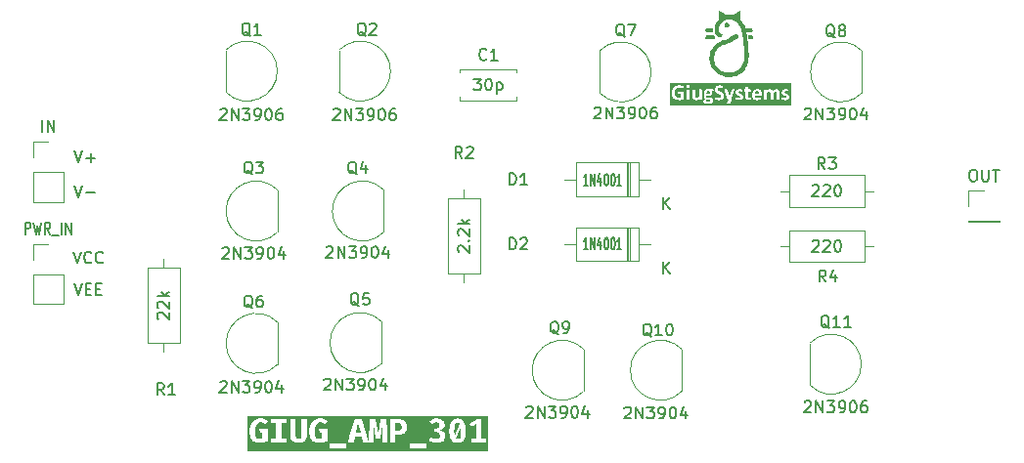
<source format=gbr>
%TF.GenerationSoftware,KiCad,Pcbnew,8.0.4*%
%TF.CreationDate,2024-10-21T15:09:54+02:00*%
%TF.ProjectId,GiugAmp_301,47697567-416d-4705-9f33-30312e6b6963,rev?*%
%TF.SameCoordinates,Original*%
%TF.FileFunction,Legend,Top*%
%TF.FilePolarity,Positive*%
%FSLAX46Y46*%
G04 Gerber Fmt 4.6, Leading zero omitted, Abs format (unit mm)*
G04 Created by KiCad (PCBNEW 8.0.4) date 2024-10-21 15:09:54*
%MOMM*%
%LPD*%
G01*
G04 APERTURE LIST*
%ADD10C,0.150000*%
%ADD11C,0.200000*%
%ADD12C,0.300000*%
%ADD13C,0.120000*%
%ADD14C,0.000000*%
G04 APERTURE END LIST*
D10*
X78166667Y-80454819D02*
X78500000Y-81454819D01*
X78500000Y-81454819D02*
X78833333Y-80454819D01*
X79738095Y-81359580D02*
X79690476Y-81407200D01*
X79690476Y-81407200D02*
X79547619Y-81454819D01*
X79547619Y-81454819D02*
X79452381Y-81454819D01*
X79452381Y-81454819D02*
X79309524Y-81407200D01*
X79309524Y-81407200D02*
X79214286Y-81311961D01*
X79214286Y-81311961D02*
X79166667Y-81216723D01*
X79166667Y-81216723D02*
X79119048Y-81026247D01*
X79119048Y-81026247D02*
X79119048Y-80883390D01*
X79119048Y-80883390D02*
X79166667Y-80692914D01*
X79166667Y-80692914D02*
X79214286Y-80597676D01*
X79214286Y-80597676D02*
X79309524Y-80502438D01*
X79309524Y-80502438D02*
X79452381Y-80454819D01*
X79452381Y-80454819D02*
X79547619Y-80454819D01*
X79547619Y-80454819D02*
X79690476Y-80502438D01*
X79690476Y-80502438D02*
X79738095Y-80550057D01*
X80738095Y-81359580D02*
X80690476Y-81407200D01*
X80690476Y-81407200D02*
X80547619Y-81454819D01*
X80547619Y-81454819D02*
X80452381Y-81454819D01*
X80452381Y-81454819D02*
X80309524Y-81407200D01*
X80309524Y-81407200D02*
X80214286Y-81311961D01*
X80214286Y-81311961D02*
X80166667Y-81216723D01*
X80166667Y-81216723D02*
X80119048Y-81026247D01*
X80119048Y-81026247D02*
X80119048Y-80883390D01*
X80119048Y-80883390D02*
X80166667Y-80692914D01*
X80166667Y-80692914D02*
X80214286Y-80597676D01*
X80214286Y-80597676D02*
X80309524Y-80502438D01*
X80309524Y-80502438D02*
X80452381Y-80454819D01*
X80452381Y-80454819D02*
X80547619Y-80454819D01*
X80547619Y-80454819D02*
X80690476Y-80502438D01*
X80690476Y-80502438D02*
X80738095Y-80550057D01*
D11*
G36*
X111737364Y-95765030D02*
G01*
X111739928Y-95869077D01*
X111740596Y-95966908D01*
X111740567Y-95983352D01*
X111738703Y-96092632D01*
X111733941Y-96191721D01*
X111724950Y-96292487D01*
X111710310Y-96389937D01*
X111700163Y-96437213D01*
X111669000Y-96532869D01*
X111616521Y-96617083D01*
X111548264Y-96666170D01*
X111450924Y-96685471D01*
X111350785Y-96674235D01*
X111275558Y-96632226D01*
X111733757Y-95689448D01*
X111737364Y-95765030D01*
G37*
G36*
X111477611Y-95241389D02*
G01*
X111575000Y-95264954D01*
X111596454Y-95277533D01*
X111660484Y-95353370D01*
X111174930Y-96364535D01*
X111168003Y-96287348D01*
X111162229Y-96188192D01*
X111161199Y-96162844D01*
X111158558Y-96060040D01*
X111157833Y-95961046D01*
X111157901Y-95936843D01*
X111160306Y-95822452D01*
X111166145Y-95719104D01*
X111177685Y-95609664D01*
X111197400Y-95502083D01*
X111228175Y-95405638D01*
X111268475Y-95333403D01*
X111348159Y-95263748D01*
X111450924Y-95240530D01*
X111477611Y-95241389D01*
G37*
G36*
X106258429Y-95296532D02*
G01*
X106358356Y-95307552D01*
X106455128Y-95341555D01*
X106536121Y-95409876D01*
X106582754Y-95509052D01*
X106595376Y-95618618D01*
X106589850Y-95702912D01*
X106564206Y-95798976D01*
X106506960Y-95882889D01*
X106458417Y-95919433D01*
X106361042Y-95956549D01*
X106260764Y-95966420D01*
X106075628Y-95966420D01*
X106075628Y-95296217D01*
X106236339Y-95296217D01*
X106258429Y-95296532D01*
G37*
G36*
X103053367Y-96185261D02*
G01*
X102622522Y-96185261D01*
X102837944Y-95295240D01*
X103053367Y-96185261D01*
G37*
G36*
X114115086Y-97713694D02*
G01*
X93217258Y-97713694D01*
X93217258Y-97491472D01*
X100404309Y-97491472D01*
X101839968Y-97491472D01*
X107290003Y-97491472D01*
X108725662Y-97491472D01*
X108725662Y-97116315D01*
X107290003Y-97116315D01*
X107290003Y-97491472D01*
X101839968Y-97491472D01*
X101839968Y-97116315D01*
X100404309Y-97116315D01*
X100404309Y-97491472D01*
X93217258Y-97491472D01*
X93217258Y-95956161D01*
X93439480Y-95956161D01*
X93440352Y-96020342D01*
X93447328Y-96142876D01*
X93461280Y-96257639D01*
X93482209Y-96364633D01*
X93510113Y-96463856D01*
X93544994Y-96555310D01*
X93598406Y-96658701D01*
X93662718Y-96749951D01*
X93706339Y-96798663D01*
X93786885Y-96869202D01*
X93877233Y-96926432D01*
X93977384Y-96970353D01*
X94087339Y-97000965D01*
X94207097Y-97018267D01*
X94309961Y-97022526D01*
X94372830Y-97021238D01*
X94482026Y-97012428D01*
X94586122Y-96995272D01*
X94685118Y-96969769D01*
X94727746Y-96956137D01*
X94821036Y-96921336D01*
X94910694Y-96880815D01*
X95006053Y-96829085D01*
X95006053Y-95810104D01*
X94265020Y-95810104D01*
X94311427Y-96147159D01*
X94561043Y-96147159D01*
X94561043Y-96622944D01*
X94540767Y-96633174D01*
X94445760Y-96668374D01*
X94414436Y-96675853D01*
X94313869Y-96685471D01*
X94289539Y-96684865D01*
X94186556Y-96666032D01*
X94095516Y-96616594D01*
X94055246Y-96576294D01*
X94001399Y-96486844D01*
X93967044Y-96387983D01*
X93964460Y-96377923D01*
X93944891Y-96277720D01*
X93933075Y-96174055D01*
X93927045Y-96072077D01*
X93925034Y-95959581D01*
X93925093Y-95943497D01*
X93928790Y-95836330D01*
X93938236Y-95738653D01*
X93956074Y-95638643D01*
X93985118Y-95540949D01*
X94022629Y-95457701D01*
X94077816Y-95374634D01*
X94149738Y-95307452D01*
X94189786Y-95282385D01*
X94283627Y-95245865D01*
X94387142Y-95233691D01*
X94481824Y-95242707D01*
X94576674Y-95274724D01*
X94587142Y-95280027D01*
X94672811Y-95334951D01*
X94750575Y-95401242D01*
X94848987Y-95296217D01*
X95311845Y-95296217D01*
X95722662Y-95296217D01*
X95722662Y-96622944D01*
X95311845Y-96622944D01*
X95311845Y-96960000D01*
X96603890Y-96960000D01*
X96603890Y-96622944D01*
X96193562Y-96622944D01*
X96193562Y-96299078D01*
X96938503Y-96299078D01*
X96941371Y-96377841D01*
X96954117Y-96477141D01*
X96980646Y-96581044D01*
X97020080Y-96676678D01*
X97047729Y-96725782D01*
X97107595Y-96805453D01*
X97180444Y-96873919D01*
X97266277Y-96931179D01*
X97365521Y-96975336D01*
X97464897Y-97002454D01*
X97574776Y-97018155D01*
X97679535Y-97022526D01*
X97783510Y-97017968D01*
X97892664Y-97001596D01*
X97991498Y-96973317D01*
X98090352Y-96927271D01*
X98139792Y-96895846D01*
X98218686Y-96830927D01*
X98284597Y-96755265D01*
X98337526Y-96668862D01*
X98365581Y-96606002D01*
X98396781Y-96506109D01*
X98414920Y-96399493D01*
X98420080Y-96299078D01*
X98420080Y-95956161D01*
X98603750Y-95956161D01*
X98604622Y-96020342D01*
X98611599Y-96142876D01*
X98625551Y-96257639D01*
X98646480Y-96364633D01*
X98674384Y-96463856D01*
X98709265Y-96555310D01*
X98762677Y-96658701D01*
X98826988Y-96749951D01*
X98870610Y-96798663D01*
X98951155Y-96869202D01*
X99041504Y-96926432D01*
X99141655Y-96970353D01*
X99251610Y-97000965D01*
X99371367Y-97018267D01*
X99474232Y-97022526D01*
X99537101Y-97021238D01*
X99646297Y-97012428D01*
X99750393Y-96995272D01*
X99849389Y-96969769D01*
X99879937Y-96960000D01*
X103753855Y-96960000D01*
X104157344Y-96960000D01*
X104171510Y-96116873D01*
X104172640Y-96039692D01*
X104173096Y-95941545D01*
X104171999Y-95837459D01*
X104171426Y-95807471D01*
X104168100Y-95705276D01*
X104162718Y-95607383D01*
X104160461Y-95572678D01*
X104152874Y-95471699D01*
X104144155Y-95372909D01*
X104385467Y-96619036D01*
X104741573Y-96619036D01*
X104965788Y-95372909D01*
X104962654Y-95413939D01*
X104955175Y-95514589D01*
X104948203Y-95613244D01*
X104946959Y-95633297D01*
X104941900Y-95736137D01*
X104938921Y-95835994D01*
X104938325Y-95904674D01*
X104939092Y-96006466D01*
X104941364Y-96110034D01*
X104965788Y-96960000D01*
X105376116Y-96960000D01*
X105320567Y-95966420D01*
X105604239Y-95966420D01*
X105604239Y-96975143D01*
X106075628Y-96975143D01*
X106075628Y-96735296D01*
X108919591Y-96735296D01*
X108959922Y-96776536D01*
X109038829Y-96843194D01*
X109125851Y-96900115D01*
X109220987Y-96947299D01*
X109312242Y-96980211D01*
X109409176Y-97003719D01*
X109511789Y-97017824D01*
X109620080Y-97022526D01*
X109721787Y-97018575D01*
X109830124Y-97004386D01*
X109930034Y-96979878D01*
X110032362Y-96939972D01*
X110063989Y-96924008D01*
X110150423Y-96870294D01*
X110231595Y-96800370D01*
X110297121Y-96719665D01*
X110308360Y-96702268D01*
X110353678Y-96611793D01*
X110380870Y-96515499D01*
X110389933Y-96413384D01*
X110386701Y-96341122D01*
X110368085Y-96238602D01*
X110327363Y-96142534D01*
X110257554Y-96059720D01*
X110205518Y-96020411D01*
X110117806Y-95972716D01*
X110079634Y-95959581D01*
X110731385Y-95959581D01*
X110731393Y-95961046D01*
X110731561Y-95990571D01*
X110735785Y-96110284D01*
X110745643Y-96223204D01*
X110761133Y-96329332D01*
X110782256Y-96428666D01*
X110816582Y-96543281D01*
X110853465Y-96632226D01*
X110859708Y-96647282D01*
X110911636Y-96740669D01*
X110959492Y-96806729D01*
X111041752Y-96889305D01*
X111136584Y-96952062D01*
X111243986Y-96995001D01*
X111343090Y-97015644D01*
X111450924Y-97022526D01*
X111537218Y-97018122D01*
X111637401Y-97000230D01*
X111746348Y-96960594D01*
X111843000Y-96901140D01*
X111927355Y-96821868D01*
X111988258Y-96740669D01*
X111999438Y-96722841D01*
X112050014Y-96627331D01*
X112091716Y-96521207D01*
X112124546Y-96404469D01*
X112144421Y-96303437D01*
X112158618Y-96195611D01*
X112167136Y-96080992D01*
X112169975Y-95959581D01*
X112169798Y-95928654D01*
X112165539Y-95809231D01*
X112155601Y-95696661D01*
X112139985Y-95590946D01*
X112118690Y-95492085D01*
X112084086Y-95378147D01*
X112072827Y-95351416D01*
X112477233Y-95351416D01*
X112669696Y-95666978D01*
X113079047Y-95408080D01*
X113079047Y-96622944D01*
X112599354Y-96622944D01*
X112599354Y-96960000D01*
X113892864Y-96960000D01*
X113892864Y-96622944D01*
X113521127Y-96622944D01*
X113521127Y-94943531D01*
X113119103Y-94943531D01*
X112477233Y-95351416D01*
X112072827Y-95351416D01*
X112040608Y-95274919D01*
X111988258Y-95182400D01*
X111940219Y-95117027D01*
X111857913Y-95035311D01*
X111763311Y-94973206D01*
X111656413Y-94930714D01*
X111557938Y-94910284D01*
X111450924Y-94903475D01*
X111363958Y-94907833D01*
X111263108Y-94925538D01*
X111153611Y-94964762D01*
X111056685Y-95023598D01*
X110972329Y-95102046D01*
X110911636Y-95182400D01*
X110900546Y-95200047D01*
X110850379Y-95294708D01*
X110809012Y-95400078D01*
X110776448Y-95516158D01*
X110756733Y-95616733D01*
X110742650Y-95724161D01*
X110734201Y-95838444D01*
X110731385Y-95959581D01*
X110079634Y-95959581D01*
X110018501Y-95938545D01*
X109920498Y-95919525D01*
X109954301Y-95908687D01*
X110048085Y-95869219D01*
X110138874Y-95813129D01*
X110215544Y-95744159D01*
X110235448Y-95720883D01*
X110287655Y-95633872D01*
X110318109Y-95532358D01*
X110326919Y-95428597D01*
X110321912Y-95358346D01*
X110295625Y-95258810D01*
X110246807Y-95166280D01*
X110183581Y-95089936D01*
X110103385Y-95024789D01*
X110015753Y-94975282D01*
X109956717Y-94950879D01*
X109859726Y-94923741D01*
X109752612Y-94907963D01*
X109648900Y-94903475D01*
X109585657Y-94905144D01*
X109476207Y-94916565D01*
X109372399Y-94938804D01*
X109274232Y-94971863D01*
X109222073Y-94994656D01*
X109132273Y-95043617D01*
X109047729Y-95102779D01*
X108968440Y-95172142D01*
X109200959Y-95423712D01*
X109216912Y-95408006D01*
X109294195Y-95343224D01*
X109382187Y-95289378D01*
X109400607Y-95280649D01*
X109498502Y-95249880D01*
X109598586Y-95240530D01*
X109622162Y-95241135D01*
X109721058Y-95259969D01*
X109806681Y-95309406D01*
X109811640Y-95313730D01*
X109869571Y-95396269D01*
X109887281Y-95496496D01*
X109886543Y-95521807D01*
X109863569Y-95623801D01*
X109803262Y-95703614D01*
X109781509Y-95719643D01*
X109686612Y-95760716D01*
X109587351Y-95772002D01*
X109457903Y-95772002D01*
X109406123Y-96084633D01*
X109587351Y-96084633D01*
X109645059Y-96087123D01*
X109745123Y-96107044D01*
X109835990Y-96155464D01*
X109874672Y-96196496D01*
X109913959Y-96287137D01*
X109924406Y-96387006D01*
X109922128Y-96430674D01*
X109894885Y-96528583D01*
X109831106Y-96608778D01*
X109787692Y-96638661D01*
X109693299Y-96674686D01*
X109590282Y-96685471D01*
X109561034Y-96684753D01*
X109461551Y-96670942D01*
X109366556Y-96639553D01*
X109334060Y-96623880D01*
X109248148Y-96565910D01*
X109175069Y-96493496D01*
X108919591Y-96735296D01*
X106075628Y-96735296D01*
X106075628Y-96303475D01*
X106291050Y-96303475D01*
X106305709Y-96303402D01*
X106405172Y-96298804D01*
X106512090Y-96284790D01*
X106611802Y-96261434D01*
X106704309Y-96228736D01*
X106758083Y-96203484D01*
X106845078Y-96148474D01*
X106919478Y-96081176D01*
X106981280Y-96001591D01*
X107024664Y-95920075D01*
X107058654Y-95816253D01*
X107075698Y-95713198D01*
X107080443Y-95614710D01*
X107079573Y-95574087D01*
X107066521Y-95460074D01*
X107037807Y-95357841D01*
X106993431Y-95267389D01*
X106933393Y-95188718D01*
X106857693Y-95121828D01*
X106843623Y-95111820D01*
X106751712Y-95058445D01*
X106646955Y-95016508D01*
X106549844Y-94990297D01*
X106443813Y-94972029D01*
X106328862Y-94961704D01*
X106230478Y-94959162D01*
X105604239Y-94959162D01*
X105604239Y-95966420D01*
X105320567Y-95966420D01*
X105264253Y-94959162D01*
X104780652Y-94959162D01*
X104570603Y-96256092D01*
X104349808Y-94959162D01*
X103865718Y-94959162D01*
X103753855Y-96960000D01*
X99879937Y-96960000D01*
X99881466Y-96959511D01*
X101950366Y-96959511D01*
X102443248Y-96959511D01*
X102547784Y-96522316D01*
X103131036Y-96522316D01*
X103235572Y-96959511D01*
X103739689Y-96959511D01*
X103131036Y-94943531D01*
X102559508Y-94943531D01*
X102184311Y-96185261D01*
X101950366Y-96959511D01*
X99881466Y-96959511D01*
X99892017Y-96956137D01*
X99985307Y-96921336D01*
X100074964Y-96880815D01*
X100170324Y-96829085D01*
X100170324Y-95810104D01*
X99429291Y-95810104D01*
X99475697Y-96147159D01*
X99725314Y-96147159D01*
X99725314Y-96622944D01*
X99705038Y-96633174D01*
X99610031Y-96668374D01*
X99578707Y-96675853D01*
X99478140Y-96685471D01*
X99453809Y-96684865D01*
X99350827Y-96666032D01*
X99259787Y-96616594D01*
X99219517Y-96576294D01*
X99165670Y-96486844D01*
X99131315Y-96387983D01*
X99128730Y-96377923D01*
X99109161Y-96277720D01*
X99097346Y-96174055D01*
X99091315Y-96072077D01*
X99089305Y-95959581D01*
X99089364Y-95943497D01*
X99093060Y-95836330D01*
X99102507Y-95738653D01*
X99120345Y-95638643D01*
X99149389Y-95540949D01*
X99186900Y-95457701D01*
X99242087Y-95374634D01*
X99314009Y-95307452D01*
X99354057Y-95282385D01*
X99447898Y-95245865D01*
X99551413Y-95233691D01*
X99646095Y-95242707D01*
X99740945Y-95274724D01*
X99751413Y-95280027D01*
X99837081Y-95334951D01*
X99914846Y-95401242D01*
X100162020Y-95137459D01*
X100147358Y-95124070D01*
X100070154Y-95062103D01*
X99986463Y-95008436D01*
X99896284Y-94963070D01*
X99837808Y-94940493D01*
X99741015Y-94915385D01*
X99633326Y-94900788D01*
X99528454Y-94896636D01*
X99464615Y-94898536D01*
X99356570Y-94911009D01*
X99253200Y-94935121D01*
X99154505Y-94970875D01*
X99060484Y-95018269D01*
X98997096Y-95058929D01*
X98915404Y-95125270D01*
X98841941Y-95202597D01*
X98776705Y-95290911D01*
X98727337Y-95375352D01*
X98698372Y-95436039D01*
X98662164Y-95533451D01*
X98634647Y-95638524D01*
X98615819Y-95751255D01*
X98606768Y-95851049D01*
X98603750Y-95956161D01*
X98420080Y-95956161D01*
X98420080Y-94959162D01*
X97947714Y-94959162D01*
X97947714Y-96133482D01*
X97945377Y-96247090D01*
X97938364Y-96347702D01*
X97924626Y-96446773D01*
X97898866Y-96546741D01*
X97866839Y-96607435D01*
X97782369Y-96669078D01*
X97679535Y-96685471D01*
X97601683Y-96676800D01*
X97513527Y-96631279D01*
X97459717Y-96546741D01*
X97456712Y-96537937D01*
X97431906Y-96435317D01*
X97418930Y-96334124D01*
X97412586Y-96231656D01*
X97410868Y-96133482D01*
X97410868Y-94959162D01*
X96938503Y-94959162D01*
X96938503Y-96299078D01*
X96193562Y-96299078D01*
X96193562Y-95296217D01*
X96603890Y-95296217D01*
X96603890Y-94959162D01*
X95311845Y-94959162D01*
X95311845Y-95296217D01*
X94848987Y-95296217D01*
X94997749Y-95137459D01*
X94983087Y-95124070D01*
X94905883Y-95062103D01*
X94822192Y-95008436D01*
X94732013Y-94963070D01*
X94673538Y-94940493D01*
X94576744Y-94915385D01*
X94469055Y-94900788D01*
X94364183Y-94896636D01*
X94300344Y-94898536D01*
X94192299Y-94911009D01*
X94088929Y-94935121D01*
X93990234Y-94970875D01*
X93896214Y-95018269D01*
X93832825Y-95058929D01*
X93751133Y-95125270D01*
X93677670Y-95202597D01*
X93612434Y-95290911D01*
X93563066Y-95375352D01*
X93534101Y-95436039D01*
X93497894Y-95533451D01*
X93470376Y-95638524D01*
X93451549Y-95751255D01*
X93442497Y-95851049D01*
X93439480Y-95956161D01*
X93217258Y-95956161D01*
X93217258Y-94674414D01*
X114115086Y-94674414D01*
X114115086Y-97713694D01*
G37*
D10*
X78297619Y-71704819D02*
X78630952Y-72704819D01*
X78630952Y-72704819D02*
X78964285Y-71704819D01*
X79297619Y-72323866D02*
X80059524Y-72323866D01*
X79678571Y-72704819D02*
X79678571Y-71942914D01*
D12*
G36*
X133212540Y-67257539D02*
G01*
X133241327Y-67259698D01*
X133307941Y-67281817D01*
X133312123Y-67284674D01*
X133342477Y-67346444D01*
X133332903Y-67392606D01*
X133300076Y-67432271D01*
X133239553Y-67460652D01*
X133217181Y-67465941D01*
X133147229Y-67471594D01*
X133077395Y-67466947D01*
X133010111Y-67447316D01*
X132993610Y-67437418D01*
X132961556Y-67376193D01*
X132964291Y-67347128D01*
X132976601Y-67318063D01*
X133000537Y-67286946D01*
X133040544Y-67252752D01*
X133212540Y-67257539D01*
G37*
G36*
X133183115Y-66534696D02*
G01*
X133247076Y-66565453D01*
X133270621Y-66595250D01*
X133285715Y-66662222D01*
X133276482Y-66712145D01*
X133249811Y-66754204D01*
X133205017Y-66782927D01*
X133141416Y-66793185D01*
X133098109Y-66789144D01*
X133034731Y-66758991D01*
X133012927Y-66732533D01*
X132996434Y-66665641D01*
X133004982Y-66614350D01*
X133031311Y-66570924D01*
X133076106Y-66541517D01*
X133138681Y-66530575D01*
X133183115Y-66534696D01*
G37*
G36*
X137372866Y-66530803D02*
G01*
X137441055Y-66545193D01*
X137496706Y-66589047D01*
X137511484Y-66612396D01*
X137533251Y-66678939D01*
X137537739Y-66749417D01*
X137175966Y-66749417D01*
X137177084Y-66732555D01*
X137189986Y-66663932D01*
X137192323Y-66656523D01*
X137224521Y-66594518D01*
X137227388Y-66590890D01*
X137281284Y-66548014D01*
X137292261Y-66542990D01*
X137361639Y-66530575D01*
X137372866Y-66530803D01*
G37*
G36*
X140319052Y-67802223D02*
G01*
X129834541Y-67802223D01*
X129834541Y-67414148D01*
X132728011Y-67414148D01*
X132729796Y-67442158D01*
X132750579Y-67507839D01*
X132769286Y-67535811D01*
X132822728Y-67581357D01*
X132883225Y-67610194D01*
X132949588Y-67629228D01*
X132995765Y-67637658D01*
X133065160Y-67644606D01*
X133136629Y-67646667D01*
X133197664Y-67644747D01*
X133266165Y-67637184D01*
X133333244Y-67622389D01*
X133343690Y-67619328D01*
X133410523Y-67594008D01*
X133473440Y-67556737D01*
X133516842Y-67517355D01*
X133556873Y-67458258D01*
X133576041Y-67407451D01*
X133584912Y-67337895D01*
X133582875Y-67302800D01*
X133564054Y-67234287D01*
X133551053Y-67209761D01*
X133504556Y-67156667D01*
X133472724Y-67134371D01*
X133434190Y-67117686D01*
X133691256Y-67117686D01*
X133696385Y-67185390D01*
X133714166Y-67221636D01*
X133755198Y-67250701D01*
X133762513Y-67254782D01*
X133825980Y-67282159D01*
X133856625Y-67291977D01*
X133923433Y-67307805D01*
X133973670Y-67315051D01*
X134043454Y-67318405D01*
X134078704Y-67317527D01*
X134152359Y-67309605D01*
X134222288Y-67293443D01*
X134242896Y-67286738D01*
X134309720Y-67257295D01*
X134368297Y-67218558D01*
X134383534Y-67205778D01*
X134430471Y-67154989D01*
X134467459Y-67094776D01*
X134481716Y-67061168D01*
X134498902Y-66992675D01*
X134504047Y-66922438D01*
X134499596Y-66860411D01*
X134480795Y-66791817D01*
X134461545Y-66752291D01*
X134420272Y-66695390D01*
X134390779Y-66666250D01*
X134334787Y-66624950D01*
X134298386Y-66603809D01*
X134236650Y-66572634D01*
X134202530Y-66556971D01*
X134138513Y-66528865D01*
X134115047Y-66518265D01*
X134052344Y-66484413D01*
X134043096Y-66478408D01*
X133991821Y-66430387D01*
X133987788Y-66424584D01*
X133987305Y-66422864D01*
X134550551Y-66422864D01*
X134562861Y-66473471D01*
X134858297Y-67253778D01*
X134873000Y-67279082D01*
X134895910Y-67296521D01*
X134781360Y-67584776D01*
X134775547Y-67612815D01*
X134787857Y-67631964D01*
X134822393Y-67643248D01*
X134884284Y-67646667D01*
X134927154Y-67645632D01*
X134996782Y-67636067D01*
X135043970Y-67601189D01*
X135147578Y-67296521D01*
X135199767Y-67144699D01*
X135514480Y-67144699D01*
X135520293Y-67209326D01*
X135536706Y-67242152D01*
X135570216Y-67265746D01*
X135628004Y-67290708D01*
X135639022Y-67294347D01*
X135706308Y-67310540D01*
X135728470Y-67313981D01*
X135798290Y-67318405D01*
X135803279Y-67318386D01*
X135875312Y-67313703D01*
X135946350Y-67299598D01*
X136002655Y-67279842D01*
X136064661Y-67243862D01*
X136101720Y-67210366D01*
X136142281Y-67150854D01*
X136162798Y-67091100D01*
X136169637Y-67022627D01*
X136168176Y-66991007D01*
X136151172Y-66921754D01*
X136143967Y-66906159D01*
X136103300Y-66848579D01*
X136091844Y-66837387D01*
X136035254Y-66796946D01*
X136020985Y-66789188D01*
X135958318Y-66760017D01*
X135946251Y-66755061D01*
X135881381Y-66730610D01*
X135876669Y-66728935D01*
X135813677Y-66701887D01*
X135765464Y-66666667D01*
X135747341Y-66616744D01*
X135754863Y-66582892D01*
X135778115Y-66555195D01*
X135817438Y-66537072D01*
X135874200Y-66530575D01*
X135888376Y-66530834D01*
X135956266Y-66541175D01*
X136019867Y-66563401D01*
X136065345Y-66585969D01*
X136092700Y-66596227D01*
X136106036Y-66592808D01*
X136115268Y-66579472D01*
X136120055Y-66553143D01*
X136121423Y-66509717D01*
X136120192Y-66475865D01*
X136225715Y-66475865D01*
X136225752Y-66482372D01*
X136235289Y-66551775D01*
X136263328Y-66574343D01*
X136365910Y-66574343D01*
X136365910Y-67012368D01*
X136369517Y-67081516D01*
X136382323Y-67148802D01*
X136395749Y-67185993D01*
X136433272Y-67244204D01*
X136459157Y-67267760D01*
X136520467Y-67299940D01*
X136574363Y-67313193D01*
X136645617Y-67318405D01*
X136698960Y-67315669D01*
X136748199Y-67307805D01*
X136787522Y-67295837D01*
X136812826Y-67279765D01*
X136826845Y-67248991D01*
X136832316Y-67185732D01*
X136829923Y-67142989D01*
X136824452Y-67116318D01*
X136816245Y-67102641D01*
X136805303Y-67099221D01*
X136790600Y-67102641D01*
X136770083Y-67110505D01*
X136742728Y-67118028D01*
X136708192Y-67121447D01*
X136691297Y-67120587D01*
X136629204Y-67086227D01*
X136614244Y-67048435D01*
X136607320Y-66980226D01*
X136607320Y-66846527D01*
X136929769Y-66846527D01*
X136932014Y-66911440D01*
X136940856Y-66984238D01*
X136958150Y-67055453D01*
X136967737Y-67082492D01*
X136999383Y-67145841D01*
X137044319Y-67202829D01*
X137063062Y-67220277D01*
X137122827Y-67261491D01*
X137187934Y-67289682D01*
X137250529Y-67306035D01*
X137319831Y-67315600D01*
X137388653Y-67318405D01*
X137438809Y-67316937D01*
X137507648Y-67309514D01*
X137538164Y-67304462D01*
X137606810Y-67289340D01*
X137612177Y-67287842D01*
X137677934Y-67265062D01*
X137712128Y-67246255D01*
X137722386Y-67232920D01*
X137727857Y-67215481D01*
X137730935Y-67190519D01*
X137731960Y-67155299D01*
X137730593Y-67116660D01*
X137725122Y-67092724D01*
X137715547Y-67081098D01*
X137701186Y-67077679D01*
X137663572Y-67087937D01*
X137605443Y-67110505D01*
X137589412Y-67115793D01*
X137522009Y-67133073D01*
X137480518Y-67139715D01*
X137410537Y-67143331D01*
X137373344Y-67141729D01*
X137303510Y-67126918D01*
X137287289Y-67120234D01*
X137230334Y-67079047D01*
X137218654Y-67064645D01*
X137188960Y-67002794D01*
X137182108Y-66973616D01*
X137175966Y-66902606D01*
X137698108Y-66902606D01*
X137752477Y-66881405D01*
X137772309Y-66815753D01*
X137772309Y-66777114D01*
X137771742Y-66749122D01*
X137764952Y-66679392D01*
X137749057Y-66609221D01*
X137746091Y-66599643D01*
X137717285Y-66533000D01*
X137676908Y-66475523D01*
X137667496Y-66465160D01*
X137613135Y-66419840D01*
X137604601Y-66415341D01*
X137965847Y-66415341D01*
X137965847Y-67258565D01*
X137971660Y-67275320D01*
X137991151Y-67287288D01*
X138028080Y-67294127D01*
X138086894Y-67296521D01*
X138145708Y-67294127D01*
X138182637Y-67287288D01*
X138202470Y-67275662D01*
X138208283Y-67258907D01*
X138208283Y-66702913D01*
X138251554Y-66653620D01*
X138303342Y-66607169D01*
X138325547Y-66592808D01*
X138391905Y-66574343D01*
X138452770Y-66588021D01*
X138494829Y-66626660D01*
X138519448Y-66686158D01*
X138520915Y-66692699D01*
X138527655Y-66762752D01*
X138527655Y-67258907D01*
X138533468Y-67275662D01*
X138552958Y-67287288D01*
X138589888Y-67294127D01*
X138648702Y-67296521D01*
X138706489Y-67294127D01*
X138743419Y-67287288D01*
X138763251Y-67275662D01*
X138769064Y-67258907D01*
X138769064Y-66702913D01*
X138813037Y-66653620D01*
X138865150Y-66607169D01*
X138884415Y-66594379D01*
X138952686Y-66574343D01*
X139013551Y-66588021D01*
X139055952Y-66626660D01*
X139080914Y-66686158D01*
X139082380Y-66692699D01*
X139089120Y-66762752D01*
X139089120Y-67258907D01*
X139094249Y-67275662D01*
X139113740Y-67287288D01*
X139150669Y-67294127D01*
X139210167Y-67296521D01*
X139268639Y-67294127D01*
X139305226Y-67286946D01*
X139324717Y-67275320D01*
X139330530Y-67258565D01*
X139330530Y-67144699D01*
X139508339Y-67144699D01*
X139514152Y-67209326D01*
X139530565Y-67242152D01*
X139564075Y-67265746D01*
X139621863Y-67290708D01*
X139632881Y-67294347D01*
X139700167Y-67310540D01*
X139722329Y-67313981D01*
X139792149Y-67318405D01*
X139797138Y-67318386D01*
X139869171Y-67313703D01*
X139940209Y-67299598D01*
X139996514Y-67279842D01*
X140058520Y-67243862D01*
X140095580Y-67210366D01*
X140136140Y-67150854D01*
X140156657Y-67091100D01*
X140163496Y-67022627D01*
X140162035Y-66991007D01*
X140145031Y-66921754D01*
X140137826Y-66906159D01*
X140097159Y-66848579D01*
X140085703Y-66837387D01*
X140029113Y-66796946D01*
X140014844Y-66789188D01*
X139952177Y-66760017D01*
X139940110Y-66755061D01*
X139875240Y-66730610D01*
X139870528Y-66728935D01*
X139807536Y-66701887D01*
X139759323Y-66666667D01*
X139741200Y-66616744D01*
X139748722Y-66582892D01*
X139771974Y-66555195D01*
X139811297Y-66537072D01*
X139868060Y-66530575D01*
X139882235Y-66530834D01*
X139950125Y-66541175D01*
X140013726Y-66563401D01*
X140059204Y-66585969D01*
X140086559Y-66596227D01*
X140099895Y-66592808D01*
X140109127Y-66579472D01*
X140113914Y-66553143D01*
X140115282Y-66509717D01*
X140113914Y-66472103D01*
X140110495Y-66446458D01*
X140104682Y-66428677D01*
X140091688Y-66413631D01*
X140061256Y-66395851D01*
X140009623Y-66376360D01*
X140007692Y-66375807D01*
X139940551Y-66361657D01*
X139931025Y-66360214D01*
X139862247Y-66355502D01*
X139857218Y-66355521D01*
X139785481Y-66360545D01*
X139716580Y-66375676D01*
X139667066Y-66394720D01*
X139606475Y-66432096D01*
X139575557Y-66461396D01*
X139537062Y-66519633D01*
X139521564Y-66562943D01*
X139513126Y-66632131D01*
X139514862Y-66668075D01*
X139530907Y-66735397D01*
X139537983Y-66751121D01*
X139578094Y-66809256D01*
X139587468Y-66818541D01*
X139644431Y-66860889D01*
X139658456Y-66868671D01*
X139720341Y-66898502D01*
X139730055Y-66902477D01*
X139796252Y-66927909D01*
X139798574Y-66928745D01*
X139862930Y-66956632D01*
X139910118Y-66992536D01*
X139927899Y-67041775D01*
X139918325Y-67085885D01*
X139889944Y-67117686D01*
X139845491Y-67136835D01*
X139787362Y-67143331D01*
X139762058Y-67142455D01*
X139694354Y-67129312D01*
X139686812Y-67126665D01*
X139622889Y-67099221D01*
X139571256Y-67069472D01*
X139540139Y-67055795D01*
X139525778Y-67059214D01*
X139515861Y-67072892D01*
X139510048Y-67099905D01*
X139508339Y-67144699D01*
X139330530Y-67144699D01*
X139330530Y-66715223D01*
X139326683Y-66643928D01*
X139315143Y-66576395D01*
X139297686Y-66522156D01*
X139263510Y-66461845D01*
X139227709Y-66422753D01*
X139168792Y-66384225D01*
X139161378Y-66380746D01*
X139094464Y-66360999D01*
X139024836Y-66355502D01*
X139020139Y-66355539D01*
X138950976Y-66365076D01*
X138944242Y-66366894D01*
X138878827Y-66393457D01*
X138863070Y-66402374D01*
X138805994Y-66443038D01*
X138780403Y-66465335D01*
X138730425Y-66515530D01*
X138727282Y-66508794D01*
X138690076Y-66449877D01*
X138685507Y-66444377D01*
X138632972Y-66399270D01*
X138622382Y-66392887D01*
X138557404Y-66366786D01*
X138532715Y-66361331D01*
X138462002Y-66355502D01*
X138447631Y-66355847D01*
X138377396Y-66367944D01*
X138314284Y-66394825D01*
X138274608Y-66420027D01*
X138221538Y-66463224D01*
X138172721Y-66512452D01*
X138172721Y-66414999D01*
X138167934Y-66398586D01*
X138151863Y-66386960D01*
X138120746Y-66379779D01*
X138069797Y-66377386D01*
X138020216Y-66379779D01*
X137987732Y-66386960D01*
X137970635Y-66398586D01*
X137965847Y-66415341D01*
X137604601Y-66415341D01*
X137551416Y-66387302D01*
X137506036Y-66371930D01*
X137437787Y-66359259D01*
X137367452Y-66355502D01*
X137323854Y-66357105D01*
X137253681Y-66367315D01*
X137184173Y-66389012D01*
X137154520Y-66402636D01*
X137096211Y-66439413D01*
X137046029Y-66486123D01*
X137022488Y-66515290D01*
X136985628Y-66576577D01*
X136959518Y-66641363D01*
X136942581Y-66706798D01*
X136936615Y-66749417D01*
X136932674Y-66777565D01*
X136929769Y-66846527D01*
X136607320Y-66846527D01*
X136607320Y-66574343D01*
X136794703Y-66574343D01*
X136822742Y-66551775D01*
X136824986Y-66545578D01*
X136832316Y-66475865D01*
X136829923Y-66428677D01*
X136822742Y-66398244D01*
X136810774Y-66382173D01*
X136794019Y-66377386D01*
X136607320Y-66377386D01*
X136607320Y-66178719D01*
X136601507Y-66160596D01*
X136582016Y-66147260D01*
X136545087Y-66139396D01*
X136486273Y-66136660D01*
X136427801Y-66139396D01*
X136390530Y-66147260D01*
X136371039Y-66160596D01*
X136365910Y-66178719D01*
X136365910Y-66377386D01*
X136264012Y-66377386D01*
X136247257Y-66382173D01*
X136235289Y-66398244D01*
X136228108Y-66428677D01*
X136225715Y-66475865D01*
X136120192Y-66475865D01*
X136120055Y-66472103D01*
X136116636Y-66446458D01*
X136110823Y-66428677D01*
X136097829Y-66413631D01*
X136067397Y-66395851D01*
X136015764Y-66376360D01*
X136013833Y-66375807D01*
X135946692Y-66361657D01*
X135937166Y-66360214D01*
X135868387Y-66355502D01*
X135863359Y-66355521D01*
X135791622Y-66360545D01*
X135722721Y-66375676D01*
X135673207Y-66394720D01*
X135612616Y-66432096D01*
X135581698Y-66461396D01*
X135543203Y-66519633D01*
X135527705Y-66562943D01*
X135519267Y-66632131D01*
X135521003Y-66668075D01*
X135537048Y-66735397D01*
X135544124Y-66751121D01*
X135584235Y-66809256D01*
X135593609Y-66818541D01*
X135650572Y-66860889D01*
X135664597Y-66868671D01*
X135726482Y-66898502D01*
X135736196Y-66902477D01*
X135802393Y-66927909D01*
X135804715Y-66928745D01*
X135869071Y-66956632D01*
X135916259Y-66992536D01*
X135934040Y-67041775D01*
X135924466Y-67085885D01*
X135896085Y-67117686D01*
X135851632Y-67136835D01*
X135793503Y-67143331D01*
X135768199Y-67142455D01*
X135700495Y-67129312D01*
X135692953Y-67126665D01*
X135629030Y-67099221D01*
X135577397Y-67069472D01*
X135546280Y-67055795D01*
X135531919Y-67059214D01*
X135522002Y-67072892D01*
X135516189Y-67099905D01*
X135514480Y-67144699D01*
X135199767Y-67144699D01*
X135433440Y-66464922D01*
X135440963Y-66423548D01*
X135427969Y-66395509D01*
X135387620Y-66381147D01*
X135318890Y-66377386D01*
X135315608Y-66377389D01*
X135244689Y-66381147D01*
X135214256Y-66393115D01*
X135199553Y-66425941D01*
X135014905Y-67005530D01*
X135012170Y-67005530D01*
X134810083Y-66437225D01*
X134796406Y-66403715D01*
X134776231Y-66385934D01*
X134738618Y-66378754D01*
X134673649Y-66377386D01*
X134670825Y-66377389D01*
X134600816Y-66381147D01*
X134561835Y-66395167D01*
X134550551Y-66422864D01*
X133987305Y-66422864D01*
X133969253Y-66358579D01*
X133979169Y-66305578D01*
X134009944Y-66262494D01*
X134061577Y-66234455D01*
X134065465Y-66233213D01*
X134133726Y-66224197D01*
X134162836Y-66225279D01*
X134230837Y-66237874D01*
X134244461Y-66242117D01*
X134308799Y-66267623D01*
X134365219Y-66298056D01*
X134399071Y-66311733D01*
X134415826Y-66305920D01*
X134425743Y-66287798D01*
X134430530Y-66255997D01*
X134431898Y-66208809D01*
X134430872Y-66167093D01*
X134427452Y-66139396D01*
X134421639Y-66121615D01*
X134408646Y-66104860D01*
X134369323Y-66080240D01*
X134365569Y-66078371D01*
X134300935Y-66053227D01*
X134286357Y-66048919D01*
X134218185Y-66034420D01*
X134198887Y-66031622D01*
X134129965Y-66027239D01*
X134108652Y-66027587D01*
X134036330Y-66034272D01*
X133967543Y-66049465D01*
X133962797Y-66050877D01*
X133896249Y-66077333D01*
X133834870Y-66116486D01*
X133831388Y-66119308D01*
X133781753Y-66170642D01*
X133745624Y-66229326D01*
X133736069Y-66251018D01*
X133717930Y-66317439D01*
X133712456Y-66386618D01*
X133716841Y-66450646D01*
X133735366Y-66520659D01*
X133754728Y-66560393D01*
X133795547Y-66617428D01*
X133824847Y-66646567D01*
X133879665Y-66687867D01*
X133915440Y-66709057D01*
X133976775Y-66740526D01*
X134010929Y-66756034D01*
X134073886Y-66784294D01*
X134096839Y-66794745D01*
X134158004Y-66828405D01*
X134167097Y-66834410D01*
X134218185Y-66882431D01*
X134222340Y-66888242D01*
X134241437Y-66955264D01*
X134241424Y-66957651D01*
X134227759Y-67025020D01*
X134188778Y-67077337D01*
X134126887Y-67109821D01*
X134112830Y-67113772D01*
X134044138Y-67121447D01*
X133989949Y-67118626D01*
X133920697Y-67104350D01*
X133891855Y-67094463D01*
X133828715Y-67066737D01*
X133826335Y-67065458D01*
X133765799Y-67029123D01*
X133727843Y-67012026D01*
X133711088Y-67017497D01*
X133699462Y-67035278D01*
X133692965Y-67067763D01*
X133691256Y-67117686D01*
X133434190Y-67117686D01*
X133408129Y-67106402D01*
X133347093Y-67092126D01*
X133278192Y-67085544D01*
X133069267Y-67077679D01*
X133066529Y-67077534D01*
X133000537Y-67056821D01*
X132976259Y-67007923D01*
X132985150Y-66967232D01*
X133006008Y-66935432D01*
X133063454Y-66958342D01*
X133072916Y-66960666D01*
X133142442Y-66968258D01*
X133147471Y-66968238D01*
X133219464Y-66963214D01*
X133289134Y-66948084D01*
X133343149Y-66926831D01*
X133401632Y-66888928D01*
X133436083Y-66854321D01*
X133473440Y-66793185D01*
X133492161Y-66732063D01*
X133498401Y-66662906D01*
X133489169Y-66603750D01*
X133458736Y-66552459D01*
X133559951Y-66552459D01*
X133585938Y-66531259D01*
X133596538Y-66465948D01*
X133586280Y-66397902D01*
X133559951Y-66377386D01*
X133287766Y-66377386D01*
X133285774Y-66376749D01*
X133218695Y-66361315D01*
X133211740Y-66360276D01*
X133141416Y-66355502D01*
X133136513Y-66355522D01*
X133066018Y-66360802D01*
X132997117Y-66376702D01*
X132943440Y-66398852D01*
X132884619Y-66437909D01*
X132847491Y-66476085D01*
X132811102Y-66535362D01*
X132791355Y-66597082D01*
X132784870Y-66665641D01*
X132784773Y-66666667D01*
X132787610Y-66714832D01*
X132804947Y-66781217D01*
X132815868Y-66803464D01*
X132858632Y-66860205D01*
X132832200Y-66887901D01*
X132791612Y-66947058D01*
X132775775Y-66984661D01*
X132765624Y-67053743D01*
X132766704Y-67073878D01*
X132788192Y-67139912D01*
X132798966Y-67156197D01*
X132852135Y-67201803D01*
X132799134Y-67247965D01*
X132760153Y-67298230D01*
X132736217Y-67353624D01*
X132733157Y-67376193D01*
X132728011Y-67414148D01*
X129834541Y-67414148D01*
X129834541Y-66686500D01*
X129990097Y-66686500D01*
X129991612Y-66741056D01*
X129998344Y-66810395D01*
X130012355Y-66883753D01*
X130033182Y-66952187D01*
X130038760Y-66966709D01*
X130071137Y-67035150D01*
X130110994Y-67096646D01*
X130158332Y-67151196D01*
X130173973Y-67166118D01*
X130230714Y-67210998D01*
X130294534Y-67248398D01*
X130358025Y-67275662D01*
X130411125Y-67292317D01*
X130483773Y-67307719D01*
X130552482Y-67315733D01*
X130625080Y-67318405D01*
X130656856Y-67317937D01*
X130726294Y-67313617D01*
X130757823Y-67310158D01*
X130826482Y-67299256D01*
X130854101Y-67293573D01*
X130922226Y-67276346D01*
X130933531Y-67273028D01*
X130999504Y-67250701D01*
X131040879Y-67217190D01*
X131051137Y-67166925D01*
X131051137Y-66676241D01*
X131046350Y-66642389D01*
X131032330Y-66617428D01*
X131011130Y-66601698D01*
X130983775Y-66596227D01*
X130563531Y-66596227D01*
X130548143Y-66601698D01*
X130536517Y-66618454D01*
X130529337Y-66648544D01*
X130526943Y-66695048D01*
X130526980Y-66701636D01*
X130536517Y-66770959D01*
X130563531Y-66793185D01*
X130799127Y-66793185D01*
X130799127Y-67063659D01*
X130787872Y-67069007D01*
X130722191Y-67090673D01*
X130706639Y-67093694D01*
X130638415Y-67099563D01*
X130622324Y-67099317D01*
X130550647Y-67091650D01*
X130480097Y-67071524D01*
X130471244Y-67067914D01*
X130409955Y-67034109D01*
X130357683Y-66988433D01*
X130348328Y-66977815D01*
X130307506Y-66917783D01*
X130278353Y-66851315D01*
X130264633Y-66803151D01*
X130253325Y-66732706D01*
X130249972Y-66661880D01*
X130251297Y-66619913D01*
X130259736Y-66551776D01*
X130277669Y-66483387D01*
X130283136Y-66468400D01*
X130307895Y-66417051D01*
X131289811Y-66417051D01*
X131289811Y-67258565D01*
X131295624Y-67275320D01*
X131315115Y-67287288D01*
X131352044Y-67294127D01*
X131410858Y-67296521D01*
X131469672Y-67294127D01*
X131506601Y-67287288D01*
X131526434Y-67275320D01*
X131532247Y-67258565D01*
X131532247Y-66417051D01*
X131531641Y-66415341D01*
X131766475Y-66415341D01*
X131766475Y-66935090D01*
X131766721Y-66958791D01*
X131770915Y-67029029D01*
X131782205Y-67097169D01*
X131800259Y-67151306D01*
X131835205Y-67212061D01*
X131871969Y-67251219D01*
X131932316Y-67290024D01*
X131939950Y-67293460D01*
X132009000Y-67312972D01*
X132081060Y-67318405D01*
X132095761Y-67318062D01*
X132167914Y-67306071D01*
X132233224Y-67279424D01*
X132274553Y-67254194D01*
X132328985Y-67210877D01*
X132378206Y-67161454D01*
X132378206Y-67258907D01*
X132382993Y-67275320D01*
X132399406Y-67287288D01*
X132430523Y-67294127D01*
X132482156Y-67296521D01*
X132531737Y-67294127D01*
X132563538Y-67287288D01*
X132580293Y-67275320D01*
X132585080Y-67258565D01*
X132585080Y-66415341D01*
X132579267Y-66398586D01*
X132560118Y-66386960D01*
X132523531Y-66379779D01*
X132464717Y-66377386D01*
X132405903Y-66379779D01*
X132368974Y-66386960D01*
X132349825Y-66398586D01*
X132344696Y-66415341D01*
X132344696Y-66976123D01*
X132299498Y-67023517D01*
X132244849Y-67068105D01*
X132218718Y-67083312D01*
X132152184Y-67099563D01*
X132088241Y-67085885D01*
X132043105Y-67047588D01*
X132016434Y-66988091D01*
X132011224Y-66957605D01*
X132007885Y-66887560D01*
X132007885Y-66414999D01*
X132002072Y-66398586D01*
X131982240Y-66386960D01*
X131945310Y-66379779D01*
X131886838Y-66377386D01*
X131828367Y-66379779D01*
X131791095Y-66386960D01*
X131771605Y-66398928D01*
X131766475Y-66415341D01*
X131531641Y-66415341D01*
X131526434Y-66400638D01*
X131506601Y-66388328D01*
X131469672Y-66380463D01*
X131410858Y-66377386D01*
X131352044Y-66380463D01*
X131315115Y-66388328D01*
X131295624Y-66400638D01*
X131289811Y-66417051D01*
X130307895Y-66417051D01*
X130314216Y-66403941D01*
X130357683Y-66344902D01*
X130364261Y-66337781D01*
X130418793Y-66290933D01*
X130482491Y-66255655D01*
X130505784Y-66246592D01*
X130575534Y-66229389D01*
X130646280Y-66224197D01*
X130656757Y-66224265D01*
X130725610Y-66228556D01*
X130794682Y-66241636D01*
X130840139Y-66254891D01*
X130904787Y-66278907D01*
X130916039Y-66283908D01*
X130978646Y-66316521D01*
X131019337Y-66333617D01*
X131034040Y-66328830D01*
X131044640Y-66312417D01*
X131051479Y-66280617D01*
X131053872Y-66232745D01*
X131053867Y-66229797D01*
X131048060Y-66160938D01*
X131029253Y-66124350D01*
X131019246Y-66117853D01*
X131271688Y-66117853D01*
X131273933Y-66155113D01*
X131300069Y-66218384D01*
X131341786Y-66239157D01*
X131410174Y-66246081D01*
X131455815Y-66243276D01*
X131520963Y-66217358D01*
X131541299Y-66183025D01*
X131550711Y-66112724D01*
X131548412Y-66075437D01*
X131521646Y-66011852D01*
X131483298Y-65991481D01*
X131412226Y-65983471D01*
X131366257Y-65986343D01*
X131301095Y-66012878D01*
X131280993Y-66047444D01*
X131271688Y-66117853D01*
X131019246Y-66117853D01*
X130983433Y-66094601D01*
X130966122Y-66086203D01*
X130901367Y-66062801D01*
X130854777Y-66050553D01*
X130785450Y-66037497D01*
X130781290Y-66036866D01*
X130710914Y-66029493D01*
X130638415Y-66027239D01*
X130584123Y-66028838D01*
X130514763Y-66035944D01*
X130440871Y-66050733D01*
X130371360Y-66072717D01*
X130349227Y-66081535D01*
X130286506Y-66112243D01*
X130223287Y-66153851D01*
X130166880Y-66203338D01*
X130146364Y-66225281D01*
X130100309Y-66285141D01*
X130065255Y-66345124D01*
X130036259Y-66410896D01*
X130016063Y-66473898D01*
X130001638Y-66540833D01*
X129992982Y-66611700D01*
X129990097Y-66686500D01*
X129834541Y-66686500D01*
X129834541Y-65827915D01*
X140319052Y-65827915D01*
X140319052Y-67802223D01*
G37*
D10*
X78261905Y-83204819D02*
X78595238Y-84204819D01*
X78595238Y-84204819D02*
X78928571Y-83204819D01*
X79261905Y-83681009D02*
X79595238Y-83681009D01*
X79738095Y-84204819D02*
X79261905Y-84204819D01*
X79261905Y-84204819D02*
X79261905Y-83204819D01*
X79261905Y-83204819D02*
X79738095Y-83204819D01*
X80166667Y-83681009D02*
X80500000Y-83681009D01*
X80642857Y-84204819D02*
X80166667Y-84204819D01*
X80166667Y-84204819D02*
X80166667Y-83204819D01*
X80166667Y-83204819D02*
X80642857Y-83204819D01*
X78297619Y-74704819D02*
X78630952Y-75704819D01*
X78630952Y-75704819D02*
X78964285Y-74704819D01*
X79297619Y-75323866D02*
X80059524Y-75323866D01*
X74019048Y-78919819D02*
X74019048Y-77919819D01*
X74019048Y-77919819D02*
X74323810Y-77919819D01*
X74323810Y-77919819D02*
X74400000Y-77967438D01*
X74400000Y-77967438D02*
X74438095Y-78015057D01*
X74438095Y-78015057D02*
X74476191Y-78110295D01*
X74476191Y-78110295D02*
X74476191Y-78253152D01*
X74476191Y-78253152D02*
X74438095Y-78348390D01*
X74438095Y-78348390D02*
X74400000Y-78396009D01*
X74400000Y-78396009D02*
X74323810Y-78443628D01*
X74323810Y-78443628D02*
X74019048Y-78443628D01*
X74742857Y-77919819D02*
X74933333Y-78919819D01*
X74933333Y-78919819D02*
X75085714Y-78205533D01*
X75085714Y-78205533D02*
X75238095Y-78919819D01*
X75238095Y-78919819D02*
X75428572Y-77919819D01*
X76190477Y-78919819D02*
X75923810Y-78443628D01*
X75733334Y-78919819D02*
X75733334Y-77919819D01*
X75733334Y-77919819D02*
X76038096Y-77919819D01*
X76038096Y-77919819D02*
X76114286Y-77967438D01*
X76114286Y-77967438D02*
X76152381Y-78015057D01*
X76152381Y-78015057D02*
X76190477Y-78110295D01*
X76190477Y-78110295D02*
X76190477Y-78253152D01*
X76190477Y-78253152D02*
X76152381Y-78348390D01*
X76152381Y-78348390D02*
X76114286Y-78396009D01*
X76114286Y-78396009D02*
X76038096Y-78443628D01*
X76038096Y-78443628D02*
X75733334Y-78443628D01*
X76342858Y-79015057D02*
X76952381Y-79015057D01*
X77142858Y-78919819D02*
X77142858Y-77919819D01*
X77523810Y-78919819D02*
X77523810Y-77919819D01*
X77523810Y-77919819D02*
X77980953Y-78919819D01*
X77980953Y-78919819D02*
X77980953Y-77919819D01*
X156000000Y-73354819D02*
X156190476Y-73354819D01*
X156190476Y-73354819D02*
X156285714Y-73402438D01*
X156285714Y-73402438D02*
X156380952Y-73497676D01*
X156380952Y-73497676D02*
X156428571Y-73688152D01*
X156428571Y-73688152D02*
X156428571Y-74021485D01*
X156428571Y-74021485D02*
X156380952Y-74211961D01*
X156380952Y-74211961D02*
X156285714Y-74307200D01*
X156285714Y-74307200D02*
X156190476Y-74354819D01*
X156190476Y-74354819D02*
X156000000Y-74354819D01*
X156000000Y-74354819D02*
X155904762Y-74307200D01*
X155904762Y-74307200D02*
X155809524Y-74211961D01*
X155809524Y-74211961D02*
X155761905Y-74021485D01*
X155761905Y-74021485D02*
X155761905Y-73688152D01*
X155761905Y-73688152D02*
X155809524Y-73497676D01*
X155809524Y-73497676D02*
X155904762Y-73402438D01*
X155904762Y-73402438D02*
X156000000Y-73354819D01*
X156857143Y-73354819D02*
X156857143Y-74164342D01*
X156857143Y-74164342D02*
X156904762Y-74259580D01*
X156904762Y-74259580D02*
X156952381Y-74307200D01*
X156952381Y-74307200D02*
X157047619Y-74354819D01*
X157047619Y-74354819D02*
X157238095Y-74354819D01*
X157238095Y-74354819D02*
X157333333Y-74307200D01*
X157333333Y-74307200D02*
X157380952Y-74259580D01*
X157380952Y-74259580D02*
X157428571Y-74164342D01*
X157428571Y-74164342D02*
X157428571Y-73354819D01*
X157761905Y-73354819D02*
X158333333Y-73354819D01*
X158047619Y-74354819D02*
X158047619Y-73354819D01*
X115941905Y-80254819D02*
X115941905Y-79254819D01*
X115941905Y-79254819D02*
X116180000Y-79254819D01*
X116180000Y-79254819D02*
X116322857Y-79302438D01*
X116322857Y-79302438D02*
X116418095Y-79397676D01*
X116418095Y-79397676D02*
X116465714Y-79492914D01*
X116465714Y-79492914D02*
X116513333Y-79683390D01*
X116513333Y-79683390D02*
X116513333Y-79826247D01*
X116513333Y-79826247D02*
X116465714Y-80016723D01*
X116465714Y-80016723D02*
X116418095Y-80111961D01*
X116418095Y-80111961D02*
X116322857Y-80207200D01*
X116322857Y-80207200D02*
X116180000Y-80254819D01*
X116180000Y-80254819D02*
X115941905Y-80254819D01*
X116894286Y-79350057D02*
X116941905Y-79302438D01*
X116941905Y-79302438D02*
X117037143Y-79254819D01*
X117037143Y-79254819D02*
X117275238Y-79254819D01*
X117275238Y-79254819D02*
X117370476Y-79302438D01*
X117370476Y-79302438D02*
X117418095Y-79350057D01*
X117418095Y-79350057D02*
X117465714Y-79445295D01*
X117465714Y-79445295D02*
X117465714Y-79540533D01*
X117465714Y-79540533D02*
X117418095Y-79683390D01*
X117418095Y-79683390D02*
X116846667Y-80254819D01*
X116846667Y-80254819D02*
X117465714Y-80254819D01*
X122714284Y-80254819D02*
X122371427Y-80254819D01*
X122542856Y-80254819D02*
X122542856Y-79254819D01*
X122542856Y-79254819D02*
X122485713Y-79397676D01*
X122485713Y-79397676D02*
X122428570Y-79492914D01*
X122428570Y-79492914D02*
X122371427Y-79540533D01*
X122971428Y-80254819D02*
X122971428Y-79254819D01*
X122971428Y-79254819D02*
X123314285Y-80254819D01*
X123314285Y-80254819D02*
X123314285Y-79254819D01*
X123857142Y-79588152D02*
X123857142Y-80254819D01*
X123714284Y-79207200D02*
X123571427Y-79921485D01*
X123571427Y-79921485D02*
X123942856Y-79921485D01*
X124285713Y-79254819D02*
X124342856Y-79254819D01*
X124342856Y-79254819D02*
X124399999Y-79302438D01*
X124399999Y-79302438D02*
X124428571Y-79350057D01*
X124428571Y-79350057D02*
X124457142Y-79445295D01*
X124457142Y-79445295D02*
X124485713Y-79635771D01*
X124485713Y-79635771D02*
X124485713Y-79873866D01*
X124485713Y-79873866D02*
X124457142Y-80064342D01*
X124457142Y-80064342D02*
X124428571Y-80159580D01*
X124428571Y-80159580D02*
X124399999Y-80207200D01*
X124399999Y-80207200D02*
X124342856Y-80254819D01*
X124342856Y-80254819D02*
X124285713Y-80254819D01*
X124285713Y-80254819D02*
X124228571Y-80207200D01*
X124228571Y-80207200D02*
X124199999Y-80159580D01*
X124199999Y-80159580D02*
X124171428Y-80064342D01*
X124171428Y-80064342D02*
X124142856Y-79873866D01*
X124142856Y-79873866D02*
X124142856Y-79635771D01*
X124142856Y-79635771D02*
X124171428Y-79445295D01*
X124171428Y-79445295D02*
X124199999Y-79350057D01*
X124199999Y-79350057D02*
X124228571Y-79302438D01*
X124228571Y-79302438D02*
X124285713Y-79254819D01*
X124857142Y-79254819D02*
X124914285Y-79254819D01*
X124914285Y-79254819D02*
X124971428Y-79302438D01*
X124971428Y-79302438D02*
X125000000Y-79350057D01*
X125000000Y-79350057D02*
X125028571Y-79445295D01*
X125028571Y-79445295D02*
X125057142Y-79635771D01*
X125057142Y-79635771D02*
X125057142Y-79873866D01*
X125057142Y-79873866D02*
X125028571Y-80064342D01*
X125028571Y-80064342D02*
X125000000Y-80159580D01*
X125000000Y-80159580D02*
X124971428Y-80207200D01*
X124971428Y-80207200D02*
X124914285Y-80254819D01*
X124914285Y-80254819D02*
X124857142Y-80254819D01*
X124857142Y-80254819D02*
X124800000Y-80207200D01*
X124800000Y-80207200D02*
X124771428Y-80159580D01*
X124771428Y-80159580D02*
X124742857Y-80064342D01*
X124742857Y-80064342D02*
X124714285Y-79873866D01*
X124714285Y-79873866D02*
X124714285Y-79635771D01*
X124714285Y-79635771D02*
X124742857Y-79445295D01*
X124742857Y-79445295D02*
X124771428Y-79350057D01*
X124771428Y-79350057D02*
X124800000Y-79302438D01*
X124800000Y-79302438D02*
X124857142Y-79254819D01*
X125628571Y-80254819D02*
X125285714Y-80254819D01*
X125457143Y-80254819D02*
X125457143Y-79254819D01*
X125457143Y-79254819D02*
X125400000Y-79397676D01*
X125400000Y-79397676D02*
X125342857Y-79492914D01*
X125342857Y-79492914D02*
X125285714Y-79540533D01*
X129218095Y-82354819D02*
X129218095Y-81354819D01*
X129789523Y-82354819D02*
X129360952Y-81783390D01*
X129789523Y-81354819D02*
X129218095Y-81926247D01*
X144104761Y-61890057D02*
X144009523Y-61842438D01*
X144009523Y-61842438D02*
X143914285Y-61747200D01*
X143914285Y-61747200D02*
X143771428Y-61604342D01*
X143771428Y-61604342D02*
X143676190Y-61556723D01*
X143676190Y-61556723D02*
X143580952Y-61556723D01*
X143628571Y-61794819D02*
X143533333Y-61747200D01*
X143533333Y-61747200D02*
X143438095Y-61651961D01*
X143438095Y-61651961D02*
X143390476Y-61461485D01*
X143390476Y-61461485D02*
X143390476Y-61128152D01*
X143390476Y-61128152D02*
X143438095Y-60937676D01*
X143438095Y-60937676D02*
X143533333Y-60842438D01*
X143533333Y-60842438D02*
X143628571Y-60794819D01*
X143628571Y-60794819D02*
X143819047Y-60794819D01*
X143819047Y-60794819D02*
X143914285Y-60842438D01*
X143914285Y-60842438D02*
X144009523Y-60937676D01*
X144009523Y-60937676D02*
X144057142Y-61128152D01*
X144057142Y-61128152D02*
X144057142Y-61461485D01*
X144057142Y-61461485D02*
X144009523Y-61651961D01*
X144009523Y-61651961D02*
X143914285Y-61747200D01*
X143914285Y-61747200D02*
X143819047Y-61794819D01*
X143819047Y-61794819D02*
X143628571Y-61794819D01*
X144628571Y-61223390D02*
X144533333Y-61175771D01*
X144533333Y-61175771D02*
X144485714Y-61128152D01*
X144485714Y-61128152D02*
X144438095Y-61032914D01*
X144438095Y-61032914D02*
X144438095Y-60985295D01*
X144438095Y-60985295D02*
X144485714Y-60890057D01*
X144485714Y-60890057D02*
X144533333Y-60842438D01*
X144533333Y-60842438D02*
X144628571Y-60794819D01*
X144628571Y-60794819D02*
X144819047Y-60794819D01*
X144819047Y-60794819D02*
X144914285Y-60842438D01*
X144914285Y-60842438D02*
X144961904Y-60890057D01*
X144961904Y-60890057D02*
X145009523Y-60985295D01*
X145009523Y-60985295D02*
X145009523Y-61032914D01*
X145009523Y-61032914D02*
X144961904Y-61128152D01*
X144961904Y-61128152D02*
X144914285Y-61175771D01*
X144914285Y-61175771D02*
X144819047Y-61223390D01*
X144819047Y-61223390D02*
X144628571Y-61223390D01*
X144628571Y-61223390D02*
X144533333Y-61271009D01*
X144533333Y-61271009D02*
X144485714Y-61318628D01*
X144485714Y-61318628D02*
X144438095Y-61413866D01*
X144438095Y-61413866D02*
X144438095Y-61604342D01*
X144438095Y-61604342D02*
X144485714Y-61699580D01*
X144485714Y-61699580D02*
X144533333Y-61747200D01*
X144533333Y-61747200D02*
X144628571Y-61794819D01*
X144628571Y-61794819D02*
X144819047Y-61794819D01*
X144819047Y-61794819D02*
X144914285Y-61747200D01*
X144914285Y-61747200D02*
X144961904Y-61699580D01*
X144961904Y-61699580D02*
X145009523Y-61604342D01*
X145009523Y-61604342D02*
X145009523Y-61413866D01*
X145009523Y-61413866D02*
X144961904Y-61318628D01*
X144961904Y-61318628D02*
X144914285Y-61271009D01*
X144914285Y-61271009D02*
X144819047Y-61223390D01*
X141485714Y-68090057D02*
X141533333Y-68042438D01*
X141533333Y-68042438D02*
X141628571Y-67994819D01*
X141628571Y-67994819D02*
X141866666Y-67994819D01*
X141866666Y-67994819D02*
X141961904Y-68042438D01*
X141961904Y-68042438D02*
X142009523Y-68090057D01*
X142009523Y-68090057D02*
X142057142Y-68185295D01*
X142057142Y-68185295D02*
X142057142Y-68280533D01*
X142057142Y-68280533D02*
X142009523Y-68423390D01*
X142009523Y-68423390D02*
X141438095Y-68994819D01*
X141438095Y-68994819D02*
X142057142Y-68994819D01*
X142485714Y-68994819D02*
X142485714Y-67994819D01*
X142485714Y-67994819D02*
X143057142Y-68994819D01*
X143057142Y-68994819D02*
X143057142Y-67994819D01*
X143438095Y-67994819D02*
X144057142Y-67994819D01*
X144057142Y-67994819D02*
X143723809Y-68375771D01*
X143723809Y-68375771D02*
X143866666Y-68375771D01*
X143866666Y-68375771D02*
X143961904Y-68423390D01*
X143961904Y-68423390D02*
X144009523Y-68471009D01*
X144009523Y-68471009D02*
X144057142Y-68566247D01*
X144057142Y-68566247D02*
X144057142Y-68804342D01*
X144057142Y-68804342D02*
X144009523Y-68899580D01*
X144009523Y-68899580D02*
X143961904Y-68947200D01*
X143961904Y-68947200D02*
X143866666Y-68994819D01*
X143866666Y-68994819D02*
X143580952Y-68994819D01*
X143580952Y-68994819D02*
X143485714Y-68947200D01*
X143485714Y-68947200D02*
X143438095Y-68899580D01*
X144533333Y-68994819D02*
X144723809Y-68994819D01*
X144723809Y-68994819D02*
X144819047Y-68947200D01*
X144819047Y-68947200D02*
X144866666Y-68899580D01*
X144866666Y-68899580D02*
X144961904Y-68756723D01*
X144961904Y-68756723D02*
X145009523Y-68566247D01*
X145009523Y-68566247D02*
X145009523Y-68185295D01*
X145009523Y-68185295D02*
X144961904Y-68090057D01*
X144961904Y-68090057D02*
X144914285Y-68042438D01*
X144914285Y-68042438D02*
X144819047Y-67994819D01*
X144819047Y-67994819D02*
X144628571Y-67994819D01*
X144628571Y-67994819D02*
X144533333Y-68042438D01*
X144533333Y-68042438D02*
X144485714Y-68090057D01*
X144485714Y-68090057D02*
X144438095Y-68185295D01*
X144438095Y-68185295D02*
X144438095Y-68423390D01*
X144438095Y-68423390D02*
X144485714Y-68518628D01*
X144485714Y-68518628D02*
X144533333Y-68566247D01*
X144533333Y-68566247D02*
X144628571Y-68613866D01*
X144628571Y-68613866D02*
X144819047Y-68613866D01*
X144819047Y-68613866D02*
X144914285Y-68566247D01*
X144914285Y-68566247D02*
X144961904Y-68518628D01*
X144961904Y-68518628D02*
X145009523Y-68423390D01*
X145628571Y-67994819D02*
X145723809Y-67994819D01*
X145723809Y-67994819D02*
X145819047Y-68042438D01*
X145819047Y-68042438D02*
X145866666Y-68090057D01*
X145866666Y-68090057D02*
X145914285Y-68185295D01*
X145914285Y-68185295D02*
X145961904Y-68375771D01*
X145961904Y-68375771D02*
X145961904Y-68613866D01*
X145961904Y-68613866D02*
X145914285Y-68804342D01*
X145914285Y-68804342D02*
X145866666Y-68899580D01*
X145866666Y-68899580D02*
X145819047Y-68947200D01*
X145819047Y-68947200D02*
X145723809Y-68994819D01*
X145723809Y-68994819D02*
X145628571Y-68994819D01*
X145628571Y-68994819D02*
X145533333Y-68947200D01*
X145533333Y-68947200D02*
X145485714Y-68899580D01*
X145485714Y-68899580D02*
X145438095Y-68804342D01*
X145438095Y-68804342D02*
X145390476Y-68613866D01*
X145390476Y-68613866D02*
X145390476Y-68375771D01*
X145390476Y-68375771D02*
X145438095Y-68185295D01*
X145438095Y-68185295D02*
X145485714Y-68090057D01*
X145485714Y-68090057D02*
X145533333Y-68042438D01*
X145533333Y-68042438D02*
X145628571Y-67994819D01*
X146819047Y-68328152D02*
X146819047Y-68994819D01*
X146580952Y-67947200D02*
X146342857Y-68661485D01*
X146342857Y-68661485D02*
X146961904Y-68661485D01*
X93704761Y-73750057D02*
X93609523Y-73702438D01*
X93609523Y-73702438D02*
X93514285Y-73607200D01*
X93514285Y-73607200D02*
X93371428Y-73464342D01*
X93371428Y-73464342D02*
X93276190Y-73416723D01*
X93276190Y-73416723D02*
X93180952Y-73416723D01*
X93228571Y-73654819D02*
X93133333Y-73607200D01*
X93133333Y-73607200D02*
X93038095Y-73511961D01*
X93038095Y-73511961D02*
X92990476Y-73321485D01*
X92990476Y-73321485D02*
X92990476Y-72988152D01*
X92990476Y-72988152D02*
X93038095Y-72797676D01*
X93038095Y-72797676D02*
X93133333Y-72702438D01*
X93133333Y-72702438D02*
X93228571Y-72654819D01*
X93228571Y-72654819D02*
X93419047Y-72654819D01*
X93419047Y-72654819D02*
X93514285Y-72702438D01*
X93514285Y-72702438D02*
X93609523Y-72797676D01*
X93609523Y-72797676D02*
X93657142Y-72988152D01*
X93657142Y-72988152D02*
X93657142Y-73321485D01*
X93657142Y-73321485D02*
X93609523Y-73511961D01*
X93609523Y-73511961D02*
X93514285Y-73607200D01*
X93514285Y-73607200D02*
X93419047Y-73654819D01*
X93419047Y-73654819D02*
X93228571Y-73654819D01*
X93990476Y-72654819D02*
X94609523Y-72654819D01*
X94609523Y-72654819D02*
X94276190Y-73035771D01*
X94276190Y-73035771D02*
X94419047Y-73035771D01*
X94419047Y-73035771D02*
X94514285Y-73083390D01*
X94514285Y-73083390D02*
X94561904Y-73131009D01*
X94561904Y-73131009D02*
X94609523Y-73226247D01*
X94609523Y-73226247D02*
X94609523Y-73464342D01*
X94609523Y-73464342D02*
X94561904Y-73559580D01*
X94561904Y-73559580D02*
X94514285Y-73607200D01*
X94514285Y-73607200D02*
X94419047Y-73654819D01*
X94419047Y-73654819D02*
X94133333Y-73654819D01*
X94133333Y-73654819D02*
X94038095Y-73607200D01*
X94038095Y-73607200D02*
X93990476Y-73559580D01*
X91085714Y-80150057D02*
X91133333Y-80102438D01*
X91133333Y-80102438D02*
X91228571Y-80054819D01*
X91228571Y-80054819D02*
X91466666Y-80054819D01*
X91466666Y-80054819D02*
X91561904Y-80102438D01*
X91561904Y-80102438D02*
X91609523Y-80150057D01*
X91609523Y-80150057D02*
X91657142Y-80245295D01*
X91657142Y-80245295D02*
X91657142Y-80340533D01*
X91657142Y-80340533D02*
X91609523Y-80483390D01*
X91609523Y-80483390D02*
X91038095Y-81054819D01*
X91038095Y-81054819D02*
X91657142Y-81054819D01*
X92085714Y-81054819D02*
X92085714Y-80054819D01*
X92085714Y-80054819D02*
X92657142Y-81054819D01*
X92657142Y-81054819D02*
X92657142Y-80054819D01*
X93038095Y-80054819D02*
X93657142Y-80054819D01*
X93657142Y-80054819D02*
X93323809Y-80435771D01*
X93323809Y-80435771D02*
X93466666Y-80435771D01*
X93466666Y-80435771D02*
X93561904Y-80483390D01*
X93561904Y-80483390D02*
X93609523Y-80531009D01*
X93609523Y-80531009D02*
X93657142Y-80626247D01*
X93657142Y-80626247D02*
X93657142Y-80864342D01*
X93657142Y-80864342D02*
X93609523Y-80959580D01*
X93609523Y-80959580D02*
X93561904Y-81007200D01*
X93561904Y-81007200D02*
X93466666Y-81054819D01*
X93466666Y-81054819D02*
X93180952Y-81054819D01*
X93180952Y-81054819D02*
X93085714Y-81007200D01*
X93085714Y-81007200D02*
X93038095Y-80959580D01*
X94133333Y-81054819D02*
X94323809Y-81054819D01*
X94323809Y-81054819D02*
X94419047Y-81007200D01*
X94419047Y-81007200D02*
X94466666Y-80959580D01*
X94466666Y-80959580D02*
X94561904Y-80816723D01*
X94561904Y-80816723D02*
X94609523Y-80626247D01*
X94609523Y-80626247D02*
X94609523Y-80245295D01*
X94609523Y-80245295D02*
X94561904Y-80150057D01*
X94561904Y-80150057D02*
X94514285Y-80102438D01*
X94514285Y-80102438D02*
X94419047Y-80054819D01*
X94419047Y-80054819D02*
X94228571Y-80054819D01*
X94228571Y-80054819D02*
X94133333Y-80102438D01*
X94133333Y-80102438D02*
X94085714Y-80150057D01*
X94085714Y-80150057D02*
X94038095Y-80245295D01*
X94038095Y-80245295D02*
X94038095Y-80483390D01*
X94038095Y-80483390D02*
X94085714Y-80578628D01*
X94085714Y-80578628D02*
X94133333Y-80626247D01*
X94133333Y-80626247D02*
X94228571Y-80673866D01*
X94228571Y-80673866D02*
X94419047Y-80673866D01*
X94419047Y-80673866D02*
X94514285Y-80626247D01*
X94514285Y-80626247D02*
X94561904Y-80578628D01*
X94561904Y-80578628D02*
X94609523Y-80483390D01*
X95228571Y-80054819D02*
X95323809Y-80054819D01*
X95323809Y-80054819D02*
X95419047Y-80102438D01*
X95419047Y-80102438D02*
X95466666Y-80150057D01*
X95466666Y-80150057D02*
X95514285Y-80245295D01*
X95514285Y-80245295D02*
X95561904Y-80435771D01*
X95561904Y-80435771D02*
X95561904Y-80673866D01*
X95561904Y-80673866D02*
X95514285Y-80864342D01*
X95514285Y-80864342D02*
X95466666Y-80959580D01*
X95466666Y-80959580D02*
X95419047Y-81007200D01*
X95419047Y-81007200D02*
X95323809Y-81054819D01*
X95323809Y-81054819D02*
X95228571Y-81054819D01*
X95228571Y-81054819D02*
X95133333Y-81007200D01*
X95133333Y-81007200D02*
X95085714Y-80959580D01*
X95085714Y-80959580D02*
X95038095Y-80864342D01*
X95038095Y-80864342D02*
X94990476Y-80673866D01*
X94990476Y-80673866D02*
X94990476Y-80435771D01*
X94990476Y-80435771D02*
X95038095Y-80245295D01*
X95038095Y-80245295D02*
X95085714Y-80150057D01*
X95085714Y-80150057D02*
X95133333Y-80102438D01*
X95133333Y-80102438D02*
X95228571Y-80054819D01*
X96419047Y-80388152D02*
X96419047Y-81054819D01*
X96180952Y-80007200D02*
X95942857Y-80721485D01*
X95942857Y-80721485D02*
X96561904Y-80721485D01*
X93704761Y-85350057D02*
X93609523Y-85302438D01*
X93609523Y-85302438D02*
X93514285Y-85207200D01*
X93514285Y-85207200D02*
X93371428Y-85064342D01*
X93371428Y-85064342D02*
X93276190Y-85016723D01*
X93276190Y-85016723D02*
X93180952Y-85016723D01*
X93228571Y-85254819D02*
X93133333Y-85207200D01*
X93133333Y-85207200D02*
X93038095Y-85111961D01*
X93038095Y-85111961D02*
X92990476Y-84921485D01*
X92990476Y-84921485D02*
X92990476Y-84588152D01*
X92990476Y-84588152D02*
X93038095Y-84397676D01*
X93038095Y-84397676D02*
X93133333Y-84302438D01*
X93133333Y-84302438D02*
X93228571Y-84254819D01*
X93228571Y-84254819D02*
X93419047Y-84254819D01*
X93419047Y-84254819D02*
X93514285Y-84302438D01*
X93514285Y-84302438D02*
X93609523Y-84397676D01*
X93609523Y-84397676D02*
X93657142Y-84588152D01*
X93657142Y-84588152D02*
X93657142Y-84921485D01*
X93657142Y-84921485D02*
X93609523Y-85111961D01*
X93609523Y-85111961D02*
X93514285Y-85207200D01*
X93514285Y-85207200D02*
X93419047Y-85254819D01*
X93419047Y-85254819D02*
X93228571Y-85254819D01*
X94514285Y-84254819D02*
X94323809Y-84254819D01*
X94323809Y-84254819D02*
X94228571Y-84302438D01*
X94228571Y-84302438D02*
X94180952Y-84350057D01*
X94180952Y-84350057D02*
X94085714Y-84492914D01*
X94085714Y-84492914D02*
X94038095Y-84683390D01*
X94038095Y-84683390D02*
X94038095Y-85064342D01*
X94038095Y-85064342D02*
X94085714Y-85159580D01*
X94085714Y-85159580D02*
X94133333Y-85207200D01*
X94133333Y-85207200D02*
X94228571Y-85254819D01*
X94228571Y-85254819D02*
X94419047Y-85254819D01*
X94419047Y-85254819D02*
X94514285Y-85207200D01*
X94514285Y-85207200D02*
X94561904Y-85159580D01*
X94561904Y-85159580D02*
X94609523Y-85064342D01*
X94609523Y-85064342D02*
X94609523Y-84826247D01*
X94609523Y-84826247D02*
X94561904Y-84731009D01*
X94561904Y-84731009D02*
X94514285Y-84683390D01*
X94514285Y-84683390D02*
X94419047Y-84635771D01*
X94419047Y-84635771D02*
X94228571Y-84635771D01*
X94228571Y-84635771D02*
X94133333Y-84683390D01*
X94133333Y-84683390D02*
X94085714Y-84731009D01*
X94085714Y-84731009D02*
X94038095Y-84826247D01*
X90885714Y-91750057D02*
X90933333Y-91702438D01*
X90933333Y-91702438D02*
X91028571Y-91654819D01*
X91028571Y-91654819D02*
X91266666Y-91654819D01*
X91266666Y-91654819D02*
X91361904Y-91702438D01*
X91361904Y-91702438D02*
X91409523Y-91750057D01*
X91409523Y-91750057D02*
X91457142Y-91845295D01*
X91457142Y-91845295D02*
X91457142Y-91940533D01*
X91457142Y-91940533D02*
X91409523Y-92083390D01*
X91409523Y-92083390D02*
X90838095Y-92654819D01*
X90838095Y-92654819D02*
X91457142Y-92654819D01*
X91885714Y-92654819D02*
X91885714Y-91654819D01*
X91885714Y-91654819D02*
X92457142Y-92654819D01*
X92457142Y-92654819D02*
X92457142Y-91654819D01*
X92838095Y-91654819D02*
X93457142Y-91654819D01*
X93457142Y-91654819D02*
X93123809Y-92035771D01*
X93123809Y-92035771D02*
X93266666Y-92035771D01*
X93266666Y-92035771D02*
X93361904Y-92083390D01*
X93361904Y-92083390D02*
X93409523Y-92131009D01*
X93409523Y-92131009D02*
X93457142Y-92226247D01*
X93457142Y-92226247D02*
X93457142Y-92464342D01*
X93457142Y-92464342D02*
X93409523Y-92559580D01*
X93409523Y-92559580D02*
X93361904Y-92607200D01*
X93361904Y-92607200D02*
X93266666Y-92654819D01*
X93266666Y-92654819D02*
X92980952Y-92654819D01*
X92980952Y-92654819D02*
X92885714Y-92607200D01*
X92885714Y-92607200D02*
X92838095Y-92559580D01*
X93933333Y-92654819D02*
X94123809Y-92654819D01*
X94123809Y-92654819D02*
X94219047Y-92607200D01*
X94219047Y-92607200D02*
X94266666Y-92559580D01*
X94266666Y-92559580D02*
X94361904Y-92416723D01*
X94361904Y-92416723D02*
X94409523Y-92226247D01*
X94409523Y-92226247D02*
X94409523Y-91845295D01*
X94409523Y-91845295D02*
X94361904Y-91750057D01*
X94361904Y-91750057D02*
X94314285Y-91702438D01*
X94314285Y-91702438D02*
X94219047Y-91654819D01*
X94219047Y-91654819D02*
X94028571Y-91654819D01*
X94028571Y-91654819D02*
X93933333Y-91702438D01*
X93933333Y-91702438D02*
X93885714Y-91750057D01*
X93885714Y-91750057D02*
X93838095Y-91845295D01*
X93838095Y-91845295D02*
X93838095Y-92083390D01*
X93838095Y-92083390D02*
X93885714Y-92178628D01*
X93885714Y-92178628D02*
X93933333Y-92226247D01*
X93933333Y-92226247D02*
X94028571Y-92273866D01*
X94028571Y-92273866D02*
X94219047Y-92273866D01*
X94219047Y-92273866D02*
X94314285Y-92226247D01*
X94314285Y-92226247D02*
X94361904Y-92178628D01*
X94361904Y-92178628D02*
X94409523Y-92083390D01*
X95028571Y-91654819D02*
X95123809Y-91654819D01*
X95123809Y-91654819D02*
X95219047Y-91702438D01*
X95219047Y-91702438D02*
X95266666Y-91750057D01*
X95266666Y-91750057D02*
X95314285Y-91845295D01*
X95314285Y-91845295D02*
X95361904Y-92035771D01*
X95361904Y-92035771D02*
X95361904Y-92273866D01*
X95361904Y-92273866D02*
X95314285Y-92464342D01*
X95314285Y-92464342D02*
X95266666Y-92559580D01*
X95266666Y-92559580D02*
X95219047Y-92607200D01*
X95219047Y-92607200D02*
X95123809Y-92654819D01*
X95123809Y-92654819D02*
X95028571Y-92654819D01*
X95028571Y-92654819D02*
X94933333Y-92607200D01*
X94933333Y-92607200D02*
X94885714Y-92559580D01*
X94885714Y-92559580D02*
X94838095Y-92464342D01*
X94838095Y-92464342D02*
X94790476Y-92273866D01*
X94790476Y-92273866D02*
X94790476Y-92035771D01*
X94790476Y-92035771D02*
X94838095Y-91845295D01*
X94838095Y-91845295D02*
X94885714Y-91750057D01*
X94885714Y-91750057D02*
X94933333Y-91702438D01*
X94933333Y-91702438D02*
X95028571Y-91654819D01*
X96219047Y-91988152D02*
X96219047Y-92654819D01*
X95980952Y-91607200D02*
X95742857Y-92321485D01*
X95742857Y-92321485D02*
X96361904Y-92321485D01*
X128228571Y-87810057D02*
X128133333Y-87762438D01*
X128133333Y-87762438D02*
X128038095Y-87667200D01*
X128038095Y-87667200D02*
X127895238Y-87524342D01*
X127895238Y-87524342D02*
X127800000Y-87476723D01*
X127800000Y-87476723D02*
X127704762Y-87476723D01*
X127752381Y-87714819D02*
X127657143Y-87667200D01*
X127657143Y-87667200D02*
X127561905Y-87571961D01*
X127561905Y-87571961D02*
X127514286Y-87381485D01*
X127514286Y-87381485D02*
X127514286Y-87048152D01*
X127514286Y-87048152D02*
X127561905Y-86857676D01*
X127561905Y-86857676D02*
X127657143Y-86762438D01*
X127657143Y-86762438D02*
X127752381Y-86714819D01*
X127752381Y-86714819D02*
X127942857Y-86714819D01*
X127942857Y-86714819D02*
X128038095Y-86762438D01*
X128038095Y-86762438D02*
X128133333Y-86857676D01*
X128133333Y-86857676D02*
X128180952Y-87048152D01*
X128180952Y-87048152D02*
X128180952Y-87381485D01*
X128180952Y-87381485D02*
X128133333Y-87571961D01*
X128133333Y-87571961D02*
X128038095Y-87667200D01*
X128038095Y-87667200D02*
X127942857Y-87714819D01*
X127942857Y-87714819D02*
X127752381Y-87714819D01*
X129133333Y-87714819D02*
X128561905Y-87714819D01*
X128847619Y-87714819D02*
X128847619Y-86714819D01*
X128847619Y-86714819D02*
X128752381Y-86857676D01*
X128752381Y-86857676D02*
X128657143Y-86952914D01*
X128657143Y-86952914D02*
X128561905Y-87000533D01*
X129752381Y-86714819D02*
X129847619Y-86714819D01*
X129847619Y-86714819D02*
X129942857Y-86762438D01*
X129942857Y-86762438D02*
X129990476Y-86810057D01*
X129990476Y-86810057D02*
X130038095Y-86905295D01*
X130038095Y-86905295D02*
X130085714Y-87095771D01*
X130085714Y-87095771D02*
X130085714Y-87333866D01*
X130085714Y-87333866D02*
X130038095Y-87524342D01*
X130038095Y-87524342D02*
X129990476Y-87619580D01*
X129990476Y-87619580D02*
X129942857Y-87667200D01*
X129942857Y-87667200D02*
X129847619Y-87714819D01*
X129847619Y-87714819D02*
X129752381Y-87714819D01*
X129752381Y-87714819D02*
X129657143Y-87667200D01*
X129657143Y-87667200D02*
X129609524Y-87619580D01*
X129609524Y-87619580D02*
X129561905Y-87524342D01*
X129561905Y-87524342D02*
X129514286Y-87333866D01*
X129514286Y-87333866D02*
X129514286Y-87095771D01*
X129514286Y-87095771D02*
X129561905Y-86905295D01*
X129561905Y-86905295D02*
X129609524Y-86810057D01*
X129609524Y-86810057D02*
X129657143Y-86762438D01*
X129657143Y-86762438D02*
X129752381Y-86714819D01*
X125885714Y-94010057D02*
X125933333Y-93962438D01*
X125933333Y-93962438D02*
X126028571Y-93914819D01*
X126028571Y-93914819D02*
X126266666Y-93914819D01*
X126266666Y-93914819D02*
X126361904Y-93962438D01*
X126361904Y-93962438D02*
X126409523Y-94010057D01*
X126409523Y-94010057D02*
X126457142Y-94105295D01*
X126457142Y-94105295D02*
X126457142Y-94200533D01*
X126457142Y-94200533D02*
X126409523Y-94343390D01*
X126409523Y-94343390D02*
X125838095Y-94914819D01*
X125838095Y-94914819D02*
X126457142Y-94914819D01*
X126885714Y-94914819D02*
X126885714Y-93914819D01*
X126885714Y-93914819D02*
X127457142Y-94914819D01*
X127457142Y-94914819D02*
X127457142Y-93914819D01*
X127838095Y-93914819D02*
X128457142Y-93914819D01*
X128457142Y-93914819D02*
X128123809Y-94295771D01*
X128123809Y-94295771D02*
X128266666Y-94295771D01*
X128266666Y-94295771D02*
X128361904Y-94343390D01*
X128361904Y-94343390D02*
X128409523Y-94391009D01*
X128409523Y-94391009D02*
X128457142Y-94486247D01*
X128457142Y-94486247D02*
X128457142Y-94724342D01*
X128457142Y-94724342D02*
X128409523Y-94819580D01*
X128409523Y-94819580D02*
X128361904Y-94867200D01*
X128361904Y-94867200D02*
X128266666Y-94914819D01*
X128266666Y-94914819D02*
X127980952Y-94914819D01*
X127980952Y-94914819D02*
X127885714Y-94867200D01*
X127885714Y-94867200D02*
X127838095Y-94819580D01*
X128933333Y-94914819D02*
X129123809Y-94914819D01*
X129123809Y-94914819D02*
X129219047Y-94867200D01*
X129219047Y-94867200D02*
X129266666Y-94819580D01*
X129266666Y-94819580D02*
X129361904Y-94676723D01*
X129361904Y-94676723D02*
X129409523Y-94486247D01*
X129409523Y-94486247D02*
X129409523Y-94105295D01*
X129409523Y-94105295D02*
X129361904Y-94010057D01*
X129361904Y-94010057D02*
X129314285Y-93962438D01*
X129314285Y-93962438D02*
X129219047Y-93914819D01*
X129219047Y-93914819D02*
X129028571Y-93914819D01*
X129028571Y-93914819D02*
X128933333Y-93962438D01*
X128933333Y-93962438D02*
X128885714Y-94010057D01*
X128885714Y-94010057D02*
X128838095Y-94105295D01*
X128838095Y-94105295D02*
X128838095Y-94343390D01*
X128838095Y-94343390D02*
X128885714Y-94438628D01*
X128885714Y-94438628D02*
X128933333Y-94486247D01*
X128933333Y-94486247D02*
X129028571Y-94533866D01*
X129028571Y-94533866D02*
X129219047Y-94533866D01*
X129219047Y-94533866D02*
X129314285Y-94486247D01*
X129314285Y-94486247D02*
X129361904Y-94438628D01*
X129361904Y-94438628D02*
X129409523Y-94343390D01*
X130028571Y-93914819D02*
X130123809Y-93914819D01*
X130123809Y-93914819D02*
X130219047Y-93962438D01*
X130219047Y-93962438D02*
X130266666Y-94010057D01*
X130266666Y-94010057D02*
X130314285Y-94105295D01*
X130314285Y-94105295D02*
X130361904Y-94295771D01*
X130361904Y-94295771D02*
X130361904Y-94533866D01*
X130361904Y-94533866D02*
X130314285Y-94724342D01*
X130314285Y-94724342D02*
X130266666Y-94819580D01*
X130266666Y-94819580D02*
X130219047Y-94867200D01*
X130219047Y-94867200D02*
X130123809Y-94914819D01*
X130123809Y-94914819D02*
X130028571Y-94914819D01*
X130028571Y-94914819D02*
X129933333Y-94867200D01*
X129933333Y-94867200D02*
X129885714Y-94819580D01*
X129885714Y-94819580D02*
X129838095Y-94724342D01*
X129838095Y-94724342D02*
X129790476Y-94533866D01*
X129790476Y-94533866D02*
X129790476Y-94295771D01*
X129790476Y-94295771D02*
X129838095Y-94105295D01*
X129838095Y-94105295D02*
X129885714Y-94010057D01*
X129885714Y-94010057D02*
X129933333Y-93962438D01*
X129933333Y-93962438D02*
X130028571Y-93914819D01*
X131219047Y-94248152D02*
X131219047Y-94914819D01*
X130980952Y-93867200D02*
X130742857Y-94581485D01*
X130742857Y-94581485D02*
X131361904Y-94581485D01*
X120204761Y-87610057D02*
X120109523Y-87562438D01*
X120109523Y-87562438D02*
X120014285Y-87467200D01*
X120014285Y-87467200D02*
X119871428Y-87324342D01*
X119871428Y-87324342D02*
X119776190Y-87276723D01*
X119776190Y-87276723D02*
X119680952Y-87276723D01*
X119728571Y-87514819D02*
X119633333Y-87467200D01*
X119633333Y-87467200D02*
X119538095Y-87371961D01*
X119538095Y-87371961D02*
X119490476Y-87181485D01*
X119490476Y-87181485D02*
X119490476Y-86848152D01*
X119490476Y-86848152D02*
X119538095Y-86657676D01*
X119538095Y-86657676D02*
X119633333Y-86562438D01*
X119633333Y-86562438D02*
X119728571Y-86514819D01*
X119728571Y-86514819D02*
X119919047Y-86514819D01*
X119919047Y-86514819D02*
X120014285Y-86562438D01*
X120014285Y-86562438D02*
X120109523Y-86657676D01*
X120109523Y-86657676D02*
X120157142Y-86848152D01*
X120157142Y-86848152D02*
X120157142Y-87181485D01*
X120157142Y-87181485D02*
X120109523Y-87371961D01*
X120109523Y-87371961D02*
X120014285Y-87467200D01*
X120014285Y-87467200D02*
X119919047Y-87514819D01*
X119919047Y-87514819D02*
X119728571Y-87514819D01*
X120633333Y-87514819D02*
X120823809Y-87514819D01*
X120823809Y-87514819D02*
X120919047Y-87467200D01*
X120919047Y-87467200D02*
X120966666Y-87419580D01*
X120966666Y-87419580D02*
X121061904Y-87276723D01*
X121061904Y-87276723D02*
X121109523Y-87086247D01*
X121109523Y-87086247D02*
X121109523Y-86705295D01*
X121109523Y-86705295D02*
X121061904Y-86610057D01*
X121061904Y-86610057D02*
X121014285Y-86562438D01*
X121014285Y-86562438D02*
X120919047Y-86514819D01*
X120919047Y-86514819D02*
X120728571Y-86514819D01*
X120728571Y-86514819D02*
X120633333Y-86562438D01*
X120633333Y-86562438D02*
X120585714Y-86610057D01*
X120585714Y-86610057D02*
X120538095Y-86705295D01*
X120538095Y-86705295D02*
X120538095Y-86943390D01*
X120538095Y-86943390D02*
X120585714Y-87038628D01*
X120585714Y-87038628D02*
X120633333Y-87086247D01*
X120633333Y-87086247D02*
X120728571Y-87133866D01*
X120728571Y-87133866D02*
X120919047Y-87133866D01*
X120919047Y-87133866D02*
X121014285Y-87086247D01*
X121014285Y-87086247D02*
X121061904Y-87038628D01*
X121061904Y-87038628D02*
X121109523Y-86943390D01*
X117385714Y-93950057D02*
X117433333Y-93902438D01*
X117433333Y-93902438D02*
X117528571Y-93854819D01*
X117528571Y-93854819D02*
X117766666Y-93854819D01*
X117766666Y-93854819D02*
X117861904Y-93902438D01*
X117861904Y-93902438D02*
X117909523Y-93950057D01*
X117909523Y-93950057D02*
X117957142Y-94045295D01*
X117957142Y-94045295D02*
X117957142Y-94140533D01*
X117957142Y-94140533D02*
X117909523Y-94283390D01*
X117909523Y-94283390D02*
X117338095Y-94854819D01*
X117338095Y-94854819D02*
X117957142Y-94854819D01*
X118385714Y-94854819D02*
X118385714Y-93854819D01*
X118385714Y-93854819D02*
X118957142Y-94854819D01*
X118957142Y-94854819D02*
X118957142Y-93854819D01*
X119338095Y-93854819D02*
X119957142Y-93854819D01*
X119957142Y-93854819D02*
X119623809Y-94235771D01*
X119623809Y-94235771D02*
X119766666Y-94235771D01*
X119766666Y-94235771D02*
X119861904Y-94283390D01*
X119861904Y-94283390D02*
X119909523Y-94331009D01*
X119909523Y-94331009D02*
X119957142Y-94426247D01*
X119957142Y-94426247D02*
X119957142Y-94664342D01*
X119957142Y-94664342D02*
X119909523Y-94759580D01*
X119909523Y-94759580D02*
X119861904Y-94807200D01*
X119861904Y-94807200D02*
X119766666Y-94854819D01*
X119766666Y-94854819D02*
X119480952Y-94854819D01*
X119480952Y-94854819D02*
X119385714Y-94807200D01*
X119385714Y-94807200D02*
X119338095Y-94759580D01*
X120433333Y-94854819D02*
X120623809Y-94854819D01*
X120623809Y-94854819D02*
X120719047Y-94807200D01*
X120719047Y-94807200D02*
X120766666Y-94759580D01*
X120766666Y-94759580D02*
X120861904Y-94616723D01*
X120861904Y-94616723D02*
X120909523Y-94426247D01*
X120909523Y-94426247D02*
X120909523Y-94045295D01*
X120909523Y-94045295D02*
X120861904Y-93950057D01*
X120861904Y-93950057D02*
X120814285Y-93902438D01*
X120814285Y-93902438D02*
X120719047Y-93854819D01*
X120719047Y-93854819D02*
X120528571Y-93854819D01*
X120528571Y-93854819D02*
X120433333Y-93902438D01*
X120433333Y-93902438D02*
X120385714Y-93950057D01*
X120385714Y-93950057D02*
X120338095Y-94045295D01*
X120338095Y-94045295D02*
X120338095Y-94283390D01*
X120338095Y-94283390D02*
X120385714Y-94378628D01*
X120385714Y-94378628D02*
X120433333Y-94426247D01*
X120433333Y-94426247D02*
X120528571Y-94473866D01*
X120528571Y-94473866D02*
X120719047Y-94473866D01*
X120719047Y-94473866D02*
X120814285Y-94426247D01*
X120814285Y-94426247D02*
X120861904Y-94378628D01*
X120861904Y-94378628D02*
X120909523Y-94283390D01*
X121528571Y-93854819D02*
X121623809Y-93854819D01*
X121623809Y-93854819D02*
X121719047Y-93902438D01*
X121719047Y-93902438D02*
X121766666Y-93950057D01*
X121766666Y-93950057D02*
X121814285Y-94045295D01*
X121814285Y-94045295D02*
X121861904Y-94235771D01*
X121861904Y-94235771D02*
X121861904Y-94473866D01*
X121861904Y-94473866D02*
X121814285Y-94664342D01*
X121814285Y-94664342D02*
X121766666Y-94759580D01*
X121766666Y-94759580D02*
X121719047Y-94807200D01*
X121719047Y-94807200D02*
X121623809Y-94854819D01*
X121623809Y-94854819D02*
X121528571Y-94854819D01*
X121528571Y-94854819D02*
X121433333Y-94807200D01*
X121433333Y-94807200D02*
X121385714Y-94759580D01*
X121385714Y-94759580D02*
X121338095Y-94664342D01*
X121338095Y-94664342D02*
X121290476Y-94473866D01*
X121290476Y-94473866D02*
X121290476Y-94235771D01*
X121290476Y-94235771D02*
X121338095Y-94045295D01*
X121338095Y-94045295D02*
X121385714Y-93950057D01*
X121385714Y-93950057D02*
X121433333Y-93902438D01*
X121433333Y-93902438D02*
X121528571Y-93854819D01*
X122719047Y-94188152D02*
X122719047Y-94854819D01*
X122480952Y-93807200D02*
X122242857Y-94521485D01*
X122242857Y-94521485D02*
X122861904Y-94521485D01*
X125904761Y-61820057D02*
X125809523Y-61772438D01*
X125809523Y-61772438D02*
X125714285Y-61677200D01*
X125714285Y-61677200D02*
X125571428Y-61534342D01*
X125571428Y-61534342D02*
X125476190Y-61486723D01*
X125476190Y-61486723D02*
X125380952Y-61486723D01*
X125428571Y-61724819D02*
X125333333Y-61677200D01*
X125333333Y-61677200D02*
X125238095Y-61581961D01*
X125238095Y-61581961D02*
X125190476Y-61391485D01*
X125190476Y-61391485D02*
X125190476Y-61058152D01*
X125190476Y-61058152D02*
X125238095Y-60867676D01*
X125238095Y-60867676D02*
X125333333Y-60772438D01*
X125333333Y-60772438D02*
X125428571Y-60724819D01*
X125428571Y-60724819D02*
X125619047Y-60724819D01*
X125619047Y-60724819D02*
X125714285Y-60772438D01*
X125714285Y-60772438D02*
X125809523Y-60867676D01*
X125809523Y-60867676D02*
X125857142Y-61058152D01*
X125857142Y-61058152D02*
X125857142Y-61391485D01*
X125857142Y-61391485D02*
X125809523Y-61581961D01*
X125809523Y-61581961D02*
X125714285Y-61677200D01*
X125714285Y-61677200D02*
X125619047Y-61724819D01*
X125619047Y-61724819D02*
X125428571Y-61724819D01*
X126190476Y-60724819D02*
X126857142Y-60724819D01*
X126857142Y-60724819D02*
X126428571Y-61724819D01*
X123285714Y-68020057D02*
X123333333Y-67972438D01*
X123333333Y-67972438D02*
X123428571Y-67924819D01*
X123428571Y-67924819D02*
X123666666Y-67924819D01*
X123666666Y-67924819D02*
X123761904Y-67972438D01*
X123761904Y-67972438D02*
X123809523Y-68020057D01*
X123809523Y-68020057D02*
X123857142Y-68115295D01*
X123857142Y-68115295D02*
X123857142Y-68210533D01*
X123857142Y-68210533D02*
X123809523Y-68353390D01*
X123809523Y-68353390D02*
X123238095Y-68924819D01*
X123238095Y-68924819D02*
X123857142Y-68924819D01*
X124285714Y-68924819D02*
X124285714Y-67924819D01*
X124285714Y-67924819D02*
X124857142Y-68924819D01*
X124857142Y-68924819D02*
X124857142Y-67924819D01*
X125238095Y-67924819D02*
X125857142Y-67924819D01*
X125857142Y-67924819D02*
X125523809Y-68305771D01*
X125523809Y-68305771D02*
X125666666Y-68305771D01*
X125666666Y-68305771D02*
X125761904Y-68353390D01*
X125761904Y-68353390D02*
X125809523Y-68401009D01*
X125809523Y-68401009D02*
X125857142Y-68496247D01*
X125857142Y-68496247D02*
X125857142Y-68734342D01*
X125857142Y-68734342D02*
X125809523Y-68829580D01*
X125809523Y-68829580D02*
X125761904Y-68877200D01*
X125761904Y-68877200D02*
X125666666Y-68924819D01*
X125666666Y-68924819D02*
X125380952Y-68924819D01*
X125380952Y-68924819D02*
X125285714Y-68877200D01*
X125285714Y-68877200D02*
X125238095Y-68829580D01*
X126333333Y-68924819D02*
X126523809Y-68924819D01*
X126523809Y-68924819D02*
X126619047Y-68877200D01*
X126619047Y-68877200D02*
X126666666Y-68829580D01*
X126666666Y-68829580D02*
X126761904Y-68686723D01*
X126761904Y-68686723D02*
X126809523Y-68496247D01*
X126809523Y-68496247D02*
X126809523Y-68115295D01*
X126809523Y-68115295D02*
X126761904Y-68020057D01*
X126761904Y-68020057D02*
X126714285Y-67972438D01*
X126714285Y-67972438D02*
X126619047Y-67924819D01*
X126619047Y-67924819D02*
X126428571Y-67924819D01*
X126428571Y-67924819D02*
X126333333Y-67972438D01*
X126333333Y-67972438D02*
X126285714Y-68020057D01*
X126285714Y-68020057D02*
X126238095Y-68115295D01*
X126238095Y-68115295D02*
X126238095Y-68353390D01*
X126238095Y-68353390D02*
X126285714Y-68448628D01*
X126285714Y-68448628D02*
X126333333Y-68496247D01*
X126333333Y-68496247D02*
X126428571Y-68543866D01*
X126428571Y-68543866D02*
X126619047Y-68543866D01*
X126619047Y-68543866D02*
X126714285Y-68496247D01*
X126714285Y-68496247D02*
X126761904Y-68448628D01*
X126761904Y-68448628D02*
X126809523Y-68353390D01*
X127428571Y-67924819D02*
X127523809Y-67924819D01*
X127523809Y-67924819D02*
X127619047Y-67972438D01*
X127619047Y-67972438D02*
X127666666Y-68020057D01*
X127666666Y-68020057D02*
X127714285Y-68115295D01*
X127714285Y-68115295D02*
X127761904Y-68305771D01*
X127761904Y-68305771D02*
X127761904Y-68543866D01*
X127761904Y-68543866D02*
X127714285Y-68734342D01*
X127714285Y-68734342D02*
X127666666Y-68829580D01*
X127666666Y-68829580D02*
X127619047Y-68877200D01*
X127619047Y-68877200D02*
X127523809Y-68924819D01*
X127523809Y-68924819D02*
X127428571Y-68924819D01*
X127428571Y-68924819D02*
X127333333Y-68877200D01*
X127333333Y-68877200D02*
X127285714Y-68829580D01*
X127285714Y-68829580D02*
X127238095Y-68734342D01*
X127238095Y-68734342D02*
X127190476Y-68543866D01*
X127190476Y-68543866D02*
X127190476Y-68305771D01*
X127190476Y-68305771D02*
X127238095Y-68115295D01*
X127238095Y-68115295D02*
X127285714Y-68020057D01*
X127285714Y-68020057D02*
X127333333Y-67972438D01*
X127333333Y-67972438D02*
X127428571Y-67924819D01*
X128619047Y-67924819D02*
X128428571Y-67924819D01*
X128428571Y-67924819D02*
X128333333Y-67972438D01*
X128333333Y-67972438D02*
X128285714Y-68020057D01*
X128285714Y-68020057D02*
X128190476Y-68162914D01*
X128190476Y-68162914D02*
X128142857Y-68353390D01*
X128142857Y-68353390D02*
X128142857Y-68734342D01*
X128142857Y-68734342D02*
X128190476Y-68829580D01*
X128190476Y-68829580D02*
X128238095Y-68877200D01*
X128238095Y-68877200D02*
X128333333Y-68924819D01*
X128333333Y-68924819D02*
X128523809Y-68924819D01*
X128523809Y-68924819D02*
X128619047Y-68877200D01*
X128619047Y-68877200D02*
X128666666Y-68829580D01*
X128666666Y-68829580D02*
X128714285Y-68734342D01*
X128714285Y-68734342D02*
X128714285Y-68496247D01*
X128714285Y-68496247D02*
X128666666Y-68401009D01*
X128666666Y-68401009D02*
X128619047Y-68353390D01*
X128619047Y-68353390D02*
X128523809Y-68305771D01*
X128523809Y-68305771D02*
X128333333Y-68305771D01*
X128333333Y-68305771D02*
X128238095Y-68353390D01*
X128238095Y-68353390D02*
X128190476Y-68401009D01*
X128190476Y-68401009D02*
X128142857Y-68496247D01*
X143628571Y-87080057D02*
X143533333Y-87032438D01*
X143533333Y-87032438D02*
X143438095Y-86937200D01*
X143438095Y-86937200D02*
X143295238Y-86794342D01*
X143295238Y-86794342D02*
X143200000Y-86746723D01*
X143200000Y-86746723D02*
X143104762Y-86746723D01*
X143152381Y-86984819D02*
X143057143Y-86937200D01*
X143057143Y-86937200D02*
X142961905Y-86841961D01*
X142961905Y-86841961D02*
X142914286Y-86651485D01*
X142914286Y-86651485D02*
X142914286Y-86318152D01*
X142914286Y-86318152D02*
X142961905Y-86127676D01*
X142961905Y-86127676D02*
X143057143Y-86032438D01*
X143057143Y-86032438D02*
X143152381Y-85984819D01*
X143152381Y-85984819D02*
X143342857Y-85984819D01*
X143342857Y-85984819D02*
X143438095Y-86032438D01*
X143438095Y-86032438D02*
X143533333Y-86127676D01*
X143533333Y-86127676D02*
X143580952Y-86318152D01*
X143580952Y-86318152D02*
X143580952Y-86651485D01*
X143580952Y-86651485D02*
X143533333Y-86841961D01*
X143533333Y-86841961D02*
X143438095Y-86937200D01*
X143438095Y-86937200D02*
X143342857Y-86984819D01*
X143342857Y-86984819D02*
X143152381Y-86984819D01*
X144533333Y-86984819D02*
X143961905Y-86984819D01*
X144247619Y-86984819D02*
X144247619Y-85984819D01*
X144247619Y-85984819D02*
X144152381Y-86127676D01*
X144152381Y-86127676D02*
X144057143Y-86222914D01*
X144057143Y-86222914D02*
X143961905Y-86270533D01*
X145485714Y-86984819D02*
X144914286Y-86984819D01*
X145200000Y-86984819D02*
X145200000Y-85984819D01*
X145200000Y-85984819D02*
X145104762Y-86127676D01*
X145104762Y-86127676D02*
X145009524Y-86222914D01*
X145009524Y-86222914D02*
X144914286Y-86270533D01*
X141485714Y-93480057D02*
X141533333Y-93432438D01*
X141533333Y-93432438D02*
X141628571Y-93384819D01*
X141628571Y-93384819D02*
X141866666Y-93384819D01*
X141866666Y-93384819D02*
X141961904Y-93432438D01*
X141961904Y-93432438D02*
X142009523Y-93480057D01*
X142009523Y-93480057D02*
X142057142Y-93575295D01*
X142057142Y-93575295D02*
X142057142Y-93670533D01*
X142057142Y-93670533D02*
X142009523Y-93813390D01*
X142009523Y-93813390D02*
X141438095Y-94384819D01*
X141438095Y-94384819D02*
X142057142Y-94384819D01*
X142485714Y-94384819D02*
X142485714Y-93384819D01*
X142485714Y-93384819D02*
X143057142Y-94384819D01*
X143057142Y-94384819D02*
X143057142Y-93384819D01*
X143438095Y-93384819D02*
X144057142Y-93384819D01*
X144057142Y-93384819D02*
X143723809Y-93765771D01*
X143723809Y-93765771D02*
X143866666Y-93765771D01*
X143866666Y-93765771D02*
X143961904Y-93813390D01*
X143961904Y-93813390D02*
X144009523Y-93861009D01*
X144009523Y-93861009D02*
X144057142Y-93956247D01*
X144057142Y-93956247D02*
X144057142Y-94194342D01*
X144057142Y-94194342D02*
X144009523Y-94289580D01*
X144009523Y-94289580D02*
X143961904Y-94337200D01*
X143961904Y-94337200D02*
X143866666Y-94384819D01*
X143866666Y-94384819D02*
X143580952Y-94384819D01*
X143580952Y-94384819D02*
X143485714Y-94337200D01*
X143485714Y-94337200D02*
X143438095Y-94289580D01*
X144533333Y-94384819D02*
X144723809Y-94384819D01*
X144723809Y-94384819D02*
X144819047Y-94337200D01*
X144819047Y-94337200D02*
X144866666Y-94289580D01*
X144866666Y-94289580D02*
X144961904Y-94146723D01*
X144961904Y-94146723D02*
X145009523Y-93956247D01*
X145009523Y-93956247D02*
X145009523Y-93575295D01*
X145009523Y-93575295D02*
X144961904Y-93480057D01*
X144961904Y-93480057D02*
X144914285Y-93432438D01*
X144914285Y-93432438D02*
X144819047Y-93384819D01*
X144819047Y-93384819D02*
X144628571Y-93384819D01*
X144628571Y-93384819D02*
X144533333Y-93432438D01*
X144533333Y-93432438D02*
X144485714Y-93480057D01*
X144485714Y-93480057D02*
X144438095Y-93575295D01*
X144438095Y-93575295D02*
X144438095Y-93813390D01*
X144438095Y-93813390D02*
X144485714Y-93908628D01*
X144485714Y-93908628D02*
X144533333Y-93956247D01*
X144533333Y-93956247D02*
X144628571Y-94003866D01*
X144628571Y-94003866D02*
X144819047Y-94003866D01*
X144819047Y-94003866D02*
X144914285Y-93956247D01*
X144914285Y-93956247D02*
X144961904Y-93908628D01*
X144961904Y-93908628D02*
X145009523Y-93813390D01*
X145628571Y-93384819D02*
X145723809Y-93384819D01*
X145723809Y-93384819D02*
X145819047Y-93432438D01*
X145819047Y-93432438D02*
X145866666Y-93480057D01*
X145866666Y-93480057D02*
X145914285Y-93575295D01*
X145914285Y-93575295D02*
X145961904Y-93765771D01*
X145961904Y-93765771D02*
X145961904Y-94003866D01*
X145961904Y-94003866D02*
X145914285Y-94194342D01*
X145914285Y-94194342D02*
X145866666Y-94289580D01*
X145866666Y-94289580D02*
X145819047Y-94337200D01*
X145819047Y-94337200D02*
X145723809Y-94384819D01*
X145723809Y-94384819D02*
X145628571Y-94384819D01*
X145628571Y-94384819D02*
X145533333Y-94337200D01*
X145533333Y-94337200D02*
X145485714Y-94289580D01*
X145485714Y-94289580D02*
X145438095Y-94194342D01*
X145438095Y-94194342D02*
X145390476Y-94003866D01*
X145390476Y-94003866D02*
X145390476Y-93765771D01*
X145390476Y-93765771D02*
X145438095Y-93575295D01*
X145438095Y-93575295D02*
X145485714Y-93480057D01*
X145485714Y-93480057D02*
X145533333Y-93432438D01*
X145533333Y-93432438D02*
X145628571Y-93384819D01*
X146819047Y-93384819D02*
X146628571Y-93384819D01*
X146628571Y-93384819D02*
X146533333Y-93432438D01*
X146533333Y-93432438D02*
X146485714Y-93480057D01*
X146485714Y-93480057D02*
X146390476Y-93622914D01*
X146390476Y-93622914D02*
X146342857Y-93813390D01*
X146342857Y-93813390D02*
X146342857Y-94194342D01*
X146342857Y-94194342D02*
X146390476Y-94289580D01*
X146390476Y-94289580D02*
X146438095Y-94337200D01*
X146438095Y-94337200D02*
X146533333Y-94384819D01*
X146533333Y-94384819D02*
X146723809Y-94384819D01*
X146723809Y-94384819D02*
X146819047Y-94337200D01*
X146819047Y-94337200D02*
X146866666Y-94289580D01*
X146866666Y-94289580D02*
X146914285Y-94194342D01*
X146914285Y-94194342D02*
X146914285Y-93956247D01*
X146914285Y-93956247D02*
X146866666Y-93861009D01*
X146866666Y-93861009D02*
X146819047Y-93813390D01*
X146819047Y-93813390D02*
X146723809Y-93765771D01*
X146723809Y-93765771D02*
X146533333Y-93765771D01*
X146533333Y-93765771D02*
X146438095Y-93813390D01*
X146438095Y-93813390D02*
X146390476Y-93861009D01*
X146390476Y-93861009D02*
X146342857Y-93956247D01*
X115941905Y-74654819D02*
X115941905Y-73654819D01*
X115941905Y-73654819D02*
X116180000Y-73654819D01*
X116180000Y-73654819D02*
X116322857Y-73702438D01*
X116322857Y-73702438D02*
X116418095Y-73797676D01*
X116418095Y-73797676D02*
X116465714Y-73892914D01*
X116465714Y-73892914D02*
X116513333Y-74083390D01*
X116513333Y-74083390D02*
X116513333Y-74226247D01*
X116513333Y-74226247D02*
X116465714Y-74416723D01*
X116465714Y-74416723D02*
X116418095Y-74511961D01*
X116418095Y-74511961D02*
X116322857Y-74607200D01*
X116322857Y-74607200D02*
X116180000Y-74654819D01*
X116180000Y-74654819D02*
X115941905Y-74654819D01*
X117465714Y-74654819D02*
X116894286Y-74654819D01*
X117180000Y-74654819D02*
X117180000Y-73654819D01*
X117180000Y-73654819D02*
X117084762Y-73797676D01*
X117084762Y-73797676D02*
X116989524Y-73892914D01*
X116989524Y-73892914D02*
X116894286Y-73940533D01*
X122714284Y-74704819D02*
X122371427Y-74704819D01*
X122542856Y-74704819D02*
X122542856Y-73704819D01*
X122542856Y-73704819D02*
X122485713Y-73847676D01*
X122485713Y-73847676D02*
X122428570Y-73942914D01*
X122428570Y-73942914D02*
X122371427Y-73990533D01*
X122971428Y-74704819D02*
X122971428Y-73704819D01*
X122971428Y-73704819D02*
X123314285Y-74704819D01*
X123314285Y-74704819D02*
X123314285Y-73704819D01*
X123857142Y-74038152D02*
X123857142Y-74704819D01*
X123714284Y-73657200D02*
X123571427Y-74371485D01*
X123571427Y-74371485D02*
X123942856Y-74371485D01*
X124285713Y-73704819D02*
X124342856Y-73704819D01*
X124342856Y-73704819D02*
X124399999Y-73752438D01*
X124399999Y-73752438D02*
X124428571Y-73800057D01*
X124428571Y-73800057D02*
X124457142Y-73895295D01*
X124457142Y-73895295D02*
X124485713Y-74085771D01*
X124485713Y-74085771D02*
X124485713Y-74323866D01*
X124485713Y-74323866D02*
X124457142Y-74514342D01*
X124457142Y-74514342D02*
X124428571Y-74609580D01*
X124428571Y-74609580D02*
X124399999Y-74657200D01*
X124399999Y-74657200D02*
X124342856Y-74704819D01*
X124342856Y-74704819D02*
X124285713Y-74704819D01*
X124285713Y-74704819D02*
X124228571Y-74657200D01*
X124228571Y-74657200D02*
X124199999Y-74609580D01*
X124199999Y-74609580D02*
X124171428Y-74514342D01*
X124171428Y-74514342D02*
X124142856Y-74323866D01*
X124142856Y-74323866D02*
X124142856Y-74085771D01*
X124142856Y-74085771D02*
X124171428Y-73895295D01*
X124171428Y-73895295D02*
X124199999Y-73800057D01*
X124199999Y-73800057D02*
X124228571Y-73752438D01*
X124228571Y-73752438D02*
X124285713Y-73704819D01*
X124857142Y-73704819D02*
X124914285Y-73704819D01*
X124914285Y-73704819D02*
X124971428Y-73752438D01*
X124971428Y-73752438D02*
X125000000Y-73800057D01*
X125000000Y-73800057D02*
X125028571Y-73895295D01*
X125028571Y-73895295D02*
X125057142Y-74085771D01*
X125057142Y-74085771D02*
X125057142Y-74323866D01*
X125057142Y-74323866D02*
X125028571Y-74514342D01*
X125028571Y-74514342D02*
X125000000Y-74609580D01*
X125000000Y-74609580D02*
X124971428Y-74657200D01*
X124971428Y-74657200D02*
X124914285Y-74704819D01*
X124914285Y-74704819D02*
X124857142Y-74704819D01*
X124857142Y-74704819D02*
X124800000Y-74657200D01*
X124800000Y-74657200D02*
X124771428Y-74609580D01*
X124771428Y-74609580D02*
X124742857Y-74514342D01*
X124742857Y-74514342D02*
X124714285Y-74323866D01*
X124714285Y-74323866D02*
X124714285Y-74085771D01*
X124714285Y-74085771D02*
X124742857Y-73895295D01*
X124742857Y-73895295D02*
X124771428Y-73800057D01*
X124771428Y-73800057D02*
X124800000Y-73752438D01*
X124800000Y-73752438D02*
X124857142Y-73704819D01*
X125628571Y-74704819D02*
X125285714Y-74704819D01*
X125457143Y-74704819D02*
X125457143Y-73704819D01*
X125457143Y-73704819D02*
X125400000Y-73847676D01*
X125400000Y-73847676D02*
X125342857Y-73942914D01*
X125342857Y-73942914D02*
X125285714Y-73990533D01*
X129218095Y-76754819D02*
X129218095Y-75754819D01*
X129789523Y-76754819D02*
X129360952Y-76183390D01*
X129789523Y-75754819D02*
X129218095Y-76326247D01*
X113933333Y-63759580D02*
X113885714Y-63807200D01*
X113885714Y-63807200D02*
X113742857Y-63854819D01*
X113742857Y-63854819D02*
X113647619Y-63854819D01*
X113647619Y-63854819D02*
X113504762Y-63807200D01*
X113504762Y-63807200D02*
X113409524Y-63711961D01*
X113409524Y-63711961D02*
X113361905Y-63616723D01*
X113361905Y-63616723D02*
X113314286Y-63426247D01*
X113314286Y-63426247D02*
X113314286Y-63283390D01*
X113314286Y-63283390D02*
X113361905Y-63092914D01*
X113361905Y-63092914D02*
X113409524Y-62997676D01*
X113409524Y-62997676D02*
X113504762Y-62902438D01*
X113504762Y-62902438D02*
X113647619Y-62854819D01*
X113647619Y-62854819D02*
X113742857Y-62854819D01*
X113742857Y-62854819D02*
X113885714Y-62902438D01*
X113885714Y-62902438D02*
X113933333Y-62950057D01*
X114885714Y-63854819D02*
X114314286Y-63854819D01*
X114600000Y-63854819D02*
X114600000Y-62854819D01*
X114600000Y-62854819D02*
X114504762Y-62997676D01*
X114504762Y-62997676D02*
X114409524Y-63092914D01*
X114409524Y-63092914D02*
X114314286Y-63140533D01*
X112838095Y-65454819D02*
X113457142Y-65454819D01*
X113457142Y-65454819D02*
X113123809Y-65835771D01*
X113123809Y-65835771D02*
X113266666Y-65835771D01*
X113266666Y-65835771D02*
X113361904Y-65883390D01*
X113361904Y-65883390D02*
X113409523Y-65931009D01*
X113409523Y-65931009D02*
X113457142Y-66026247D01*
X113457142Y-66026247D02*
X113457142Y-66264342D01*
X113457142Y-66264342D02*
X113409523Y-66359580D01*
X113409523Y-66359580D02*
X113361904Y-66407200D01*
X113361904Y-66407200D02*
X113266666Y-66454819D01*
X113266666Y-66454819D02*
X112980952Y-66454819D01*
X112980952Y-66454819D02*
X112885714Y-66407200D01*
X112885714Y-66407200D02*
X112838095Y-66359580D01*
X114076190Y-65454819D02*
X114171428Y-65454819D01*
X114171428Y-65454819D02*
X114266666Y-65502438D01*
X114266666Y-65502438D02*
X114314285Y-65550057D01*
X114314285Y-65550057D02*
X114361904Y-65645295D01*
X114361904Y-65645295D02*
X114409523Y-65835771D01*
X114409523Y-65835771D02*
X114409523Y-66073866D01*
X114409523Y-66073866D02*
X114361904Y-66264342D01*
X114361904Y-66264342D02*
X114314285Y-66359580D01*
X114314285Y-66359580D02*
X114266666Y-66407200D01*
X114266666Y-66407200D02*
X114171428Y-66454819D01*
X114171428Y-66454819D02*
X114076190Y-66454819D01*
X114076190Y-66454819D02*
X113980952Y-66407200D01*
X113980952Y-66407200D02*
X113933333Y-66359580D01*
X113933333Y-66359580D02*
X113885714Y-66264342D01*
X113885714Y-66264342D02*
X113838095Y-66073866D01*
X113838095Y-66073866D02*
X113838095Y-65835771D01*
X113838095Y-65835771D02*
X113885714Y-65645295D01*
X113885714Y-65645295D02*
X113933333Y-65550057D01*
X113933333Y-65550057D02*
X113980952Y-65502438D01*
X113980952Y-65502438D02*
X114076190Y-65454819D01*
X114838095Y-65788152D02*
X114838095Y-66788152D01*
X114838095Y-65835771D02*
X114933333Y-65788152D01*
X114933333Y-65788152D02*
X115123809Y-65788152D01*
X115123809Y-65788152D02*
X115219047Y-65835771D01*
X115219047Y-65835771D02*
X115266666Y-65883390D01*
X115266666Y-65883390D02*
X115314285Y-65978628D01*
X115314285Y-65978628D02*
X115314285Y-66264342D01*
X115314285Y-66264342D02*
X115266666Y-66359580D01*
X115266666Y-66359580D02*
X115219047Y-66407200D01*
X115219047Y-66407200D02*
X115123809Y-66454819D01*
X115123809Y-66454819D02*
X114933333Y-66454819D01*
X114933333Y-66454819D02*
X114838095Y-66407200D01*
X103504761Y-61750057D02*
X103409523Y-61702438D01*
X103409523Y-61702438D02*
X103314285Y-61607200D01*
X103314285Y-61607200D02*
X103171428Y-61464342D01*
X103171428Y-61464342D02*
X103076190Y-61416723D01*
X103076190Y-61416723D02*
X102980952Y-61416723D01*
X103028571Y-61654819D02*
X102933333Y-61607200D01*
X102933333Y-61607200D02*
X102838095Y-61511961D01*
X102838095Y-61511961D02*
X102790476Y-61321485D01*
X102790476Y-61321485D02*
X102790476Y-60988152D01*
X102790476Y-60988152D02*
X102838095Y-60797676D01*
X102838095Y-60797676D02*
X102933333Y-60702438D01*
X102933333Y-60702438D02*
X103028571Y-60654819D01*
X103028571Y-60654819D02*
X103219047Y-60654819D01*
X103219047Y-60654819D02*
X103314285Y-60702438D01*
X103314285Y-60702438D02*
X103409523Y-60797676D01*
X103409523Y-60797676D02*
X103457142Y-60988152D01*
X103457142Y-60988152D02*
X103457142Y-61321485D01*
X103457142Y-61321485D02*
X103409523Y-61511961D01*
X103409523Y-61511961D02*
X103314285Y-61607200D01*
X103314285Y-61607200D02*
X103219047Y-61654819D01*
X103219047Y-61654819D02*
X103028571Y-61654819D01*
X103838095Y-60750057D02*
X103885714Y-60702438D01*
X103885714Y-60702438D02*
X103980952Y-60654819D01*
X103980952Y-60654819D02*
X104219047Y-60654819D01*
X104219047Y-60654819D02*
X104314285Y-60702438D01*
X104314285Y-60702438D02*
X104361904Y-60750057D01*
X104361904Y-60750057D02*
X104409523Y-60845295D01*
X104409523Y-60845295D02*
X104409523Y-60940533D01*
X104409523Y-60940533D02*
X104361904Y-61083390D01*
X104361904Y-61083390D02*
X103790476Y-61654819D01*
X103790476Y-61654819D02*
X104409523Y-61654819D01*
X100685714Y-68150057D02*
X100733333Y-68102438D01*
X100733333Y-68102438D02*
X100828571Y-68054819D01*
X100828571Y-68054819D02*
X101066666Y-68054819D01*
X101066666Y-68054819D02*
X101161904Y-68102438D01*
X101161904Y-68102438D02*
X101209523Y-68150057D01*
X101209523Y-68150057D02*
X101257142Y-68245295D01*
X101257142Y-68245295D02*
X101257142Y-68340533D01*
X101257142Y-68340533D02*
X101209523Y-68483390D01*
X101209523Y-68483390D02*
X100638095Y-69054819D01*
X100638095Y-69054819D02*
X101257142Y-69054819D01*
X101685714Y-69054819D02*
X101685714Y-68054819D01*
X101685714Y-68054819D02*
X102257142Y-69054819D01*
X102257142Y-69054819D02*
X102257142Y-68054819D01*
X102638095Y-68054819D02*
X103257142Y-68054819D01*
X103257142Y-68054819D02*
X102923809Y-68435771D01*
X102923809Y-68435771D02*
X103066666Y-68435771D01*
X103066666Y-68435771D02*
X103161904Y-68483390D01*
X103161904Y-68483390D02*
X103209523Y-68531009D01*
X103209523Y-68531009D02*
X103257142Y-68626247D01*
X103257142Y-68626247D02*
X103257142Y-68864342D01*
X103257142Y-68864342D02*
X103209523Y-68959580D01*
X103209523Y-68959580D02*
X103161904Y-69007200D01*
X103161904Y-69007200D02*
X103066666Y-69054819D01*
X103066666Y-69054819D02*
X102780952Y-69054819D01*
X102780952Y-69054819D02*
X102685714Y-69007200D01*
X102685714Y-69007200D02*
X102638095Y-68959580D01*
X103733333Y-69054819D02*
X103923809Y-69054819D01*
X103923809Y-69054819D02*
X104019047Y-69007200D01*
X104019047Y-69007200D02*
X104066666Y-68959580D01*
X104066666Y-68959580D02*
X104161904Y-68816723D01*
X104161904Y-68816723D02*
X104209523Y-68626247D01*
X104209523Y-68626247D02*
X104209523Y-68245295D01*
X104209523Y-68245295D02*
X104161904Y-68150057D01*
X104161904Y-68150057D02*
X104114285Y-68102438D01*
X104114285Y-68102438D02*
X104019047Y-68054819D01*
X104019047Y-68054819D02*
X103828571Y-68054819D01*
X103828571Y-68054819D02*
X103733333Y-68102438D01*
X103733333Y-68102438D02*
X103685714Y-68150057D01*
X103685714Y-68150057D02*
X103638095Y-68245295D01*
X103638095Y-68245295D02*
X103638095Y-68483390D01*
X103638095Y-68483390D02*
X103685714Y-68578628D01*
X103685714Y-68578628D02*
X103733333Y-68626247D01*
X103733333Y-68626247D02*
X103828571Y-68673866D01*
X103828571Y-68673866D02*
X104019047Y-68673866D01*
X104019047Y-68673866D02*
X104114285Y-68626247D01*
X104114285Y-68626247D02*
X104161904Y-68578628D01*
X104161904Y-68578628D02*
X104209523Y-68483390D01*
X104828571Y-68054819D02*
X104923809Y-68054819D01*
X104923809Y-68054819D02*
X105019047Y-68102438D01*
X105019047Y-68102438D02*
X105066666Y-68150057D01*
X105066666Y-68150057D02*
X105114285Y-68245295D01*
X105114285Y-68245295D02*
X105161904Y-68435771D01*
X105161904Y-68435771D02*
X105161904Y-68673866D01*
X105161904Y-68673866D02*
X105114285Y-68864342D01*
X105114285Y-68864342D02*
X105066666Y-68959580D01*
X105066666Y-68959580D02*
X105019047Y-69007200D01*
X105019047Y-69007200D02*
X104923809Y-69054819D01*
X104923809Y-69054819D02*
X104828571Y-69054819D01*
X104828571Y-69054819D02*
X104733333Y-69007200D01*
X104733333Y-69007200D02*
X104685714Y-68959580D01*
X104685714Y-68959580D02*
X104638095Y-68864342D01*
X104638095Y-68864342D02*
X104590476Y-68673866D01*
X104590476Y-68673866D02*
X104590476Y-68435771D01*
X104590476Y-68435771D02*
X104638095Y-68245295D01*
X104638095Y-68245295D02*
X104685714Y-68150057D01*
X104685714Y-68150057D02*
X104733333Y-68102438D01*
X104733333Y-68102438D02*
X104828571Y-68054819D01*
X106019047Y-68054819D02*
X105828571Y-68054819D01*
X105828571Y-68054819D02*
X105733333Y-68102438D01*
X105733333Y-68102438D02*
X105685714Y-68150057D01*
X105685714Y-68150057D02*
X105590476Y-68292914D01*
X105590476Y-68292914D02*
X105542857Y-68483390D01*
X105542857Y-68483390D02*
X105542857Y-68864342D01*
X105542857Y-68864342D02*
X105590476Y-68959580D01*
X105590476Y-68959580D02*
X105638095Y-69007200D01*
X105638095Y-69007200D02*
X105733333Y-69054819D01*
X105733333Y-69054819D02*
X105923809Y-69054819D01*
X105923809Y-69054819D02*
X106019047Y-69007200D01*
X106019047Y-69007200D02*
X106066666Y-68959580D01*
X106066666Y-68959580D02*
X106114285Y-68864342D01*
X106114285Y-68864342D02*
X106114285Y-68626247D01*
X106114285Y-68626247D02*
X106066666Y-68531009D01*
X106066666Y-68531009D02*
X106019047Y-68483390D01*
X106019047Y-68483390D02*
X105923809Y-68435771D01*
X105923809Y-68435771D02*
X105733333Y-68435771D01*
X105733333Y-68435771D02*
X105638095Y-68483390D01*
X105638095Y-68483390D02*
X105590476Y-68531009D01*
X105590476Y-68531009D02*
X105542857Y-68626247D01*
X143233333Y-73284819D02*
X142900000Y-72808628D01*
X142661905Y-73284819D02*
X142661905Y-72284819D01*
X142661905Y-72284819D02*
X143042857Y-72284819D01*
X143042857Y-72284819D02*
X143138095Y-72332438D01*
X143138095Y-72332438D02*
X143185714Y-72380057D01*
X143185714Y-72380057D02*
X143233333Y-72475295D01*
X143233333Y-72475295D02*
X143233333Y-72618152D01*
X143233333Y-72618152D02*
X143185714Y-72713390D01*
X143185714Y-72713390D02*
X143138095Y-72761009D01*
X143138095Y-72761009D02*
X143042857Y-72808628D01*
X143042857Y-72808628D02*
X142661905Y-72808628D01*
X143566667Y-72284819D02*
X144185714Y-72284819D01*
X144185714Y-72284819D02*
X143852381Y-72665771D01*
X143852381Y-72665771D02*
X143995238Y-72665771D01*
X143995238Y-72665771D02*
X144090476Y-72713390D01*
X144090476Y-72713390D02*
X144138095Y-72761009D01*
X144138095Y-72761009D02*
X144185714Y-72856247D01*
X144185714Y-72856247D02*
X144185714Y-73094342D01*
X144185714Y-73094342D02*
X144138095Y-73189580D01*
X144138095Y-73189580D02*
X144090476Y-73237200D01*
X144090476Y-73237200D02*
X143995238Y-73284819D01*
X143995238Y-73284819D02*
X143709524Y-73284819D01*
X143709524Y-73284819D02*
X143614286Y-73237200D01*
X143614286Y-73237200D02*
X143566667Y-73189580D01*
X142161905Y-74750057D02*
X142209524Y-74702438D01*
X142209524Y-74702438D02*
X142304762Y-74654819D01*
X142304762Y-74654819D02*
X142542857Y-74654819D01*
X142542857Y-74654819D02*
X142638095Y-74702438D01*
X142638095Y-74702438D02*
X142685714Y-74750057D01*
X142685714Y-74750057D02*
X142733333Y-74845295D01*
X142733333Y-74845295D02*
X142733333Y-74940533D01*
X142733333Y-74940533D02*
X142685714Y-75083390D01*
X142685714Y-75083390D02*
X142114286Y-75654819D01*
X142114286Y-75654819D02*
X142733333Y-75654819D01*
X143114286Y-74750057D02*
X143161905Y-74702438D01*
X143161905Y-74702438D02*
X143257143Y-74654819D01*
X143257143Y-74654819D02*
X143495238Y-74654819D01*
X143495238Y-74654819D02*
X143590476Y-74702438D01*
X143590476Y-74702438D02*
X143638095Y-74750057D01*
X143638095Y-74750057D02*
X143685714Y-74845295D01*
X143685714Y-74845295D02*
X143685714Y-74940533D01*
X143685714Y-74940533D02*
X143638095Y-75083390D01*
X143638095Y-75083390D02*
X143066667Y-75654819D01*
X143066667Y-75654819D02*
X143685714Y-75654819D01*
X144304762Y-74654819D02*
X144400000Y-74654819D01*
X144400000Y-74654819D02*
X144495238Y-74702438D01*
X144495238Y-74702438D02*
X144542857Y-74750057D01*
X144542857Y-74750057D02*
X144590476Y-74845295D01*
X144590476Y-74845295D02*
X144638095Y-75035771D01*
X144638095Y-75035771D02*
X144638095Y-75273866D01*
X144638095Y-75273866D02*
X144590476Y-75464342D01*
X144590476Y-75464342D02*
X144542857Y-75559580D01*
X144542857Y-75559580D02*
X144495238Y-75607200D01*
X144495238Y-75607200D02*
X144400000Y-75654819D01*
X144400000Y-75654819D02*
X144304762Y-75654819D01*
X144304762Y-75654819D02*
X144209524Y-75607200D01*
X144209524Y-75607200D02*
X144161905Y-75559580D01*
X144161905Y-75559580D02*
X144114286Y-75464342D01*
X144114286Y-75464342D02*
X144066667Y-75273866D01*
X144066667Y-75273866D02*
X144066667Y-75035771D01*
X144066667Y-75035771D02*
X144114286Y-74845295D01*
X144114286Y-74845295D02*
X144161905Y-74750057D01*
X144161905Y-74750057D02*
X144209524Y-74702438D01*
X144209524Y-74702438D02*
X144304762Y-74654819D01*
X86033333Y-92854819D02*
X85700000Y-92378628D01*
X85461905Y-92854819D02*
X85461905Y-91854819D01*
X85461905Y-91854819D02*
X85842857Y-91854819D01*
X85842857Y-91854819D02*
X85938095Y-91902438D01*
X85938095Y-91902438D02*
X85985714Y-91950057D01*
X85985714Y-91950057D02*
X86033333Y-92045295D01*
X86033333Y-92045295D02*
X86033333Y-92188152D01*
X86033333Y-92188152D02*
X85985714Y-92283390D01*
X85985714Y-92283390D02*
X85938095Y-92331009D01*
X85938095Y-92331009D02*
X85842857Y-92378628D01*
X85842857Y-92378628D02*
X85461905Y-92378628D01*
X86985714Y-92854819D02*
X86414286Y-92854819D01*
X86700000Y-92854819D02*
X86700000Y-91854819D01*
X86700000Y-91854819D02*
X86604762Y-91997676D01*
X86604762Y-91997676D02*
X86509524Y-92092914D01*
X86509524Y-92092914D02*
X86414286Y-92140533D01*
X85550057Y-86286666D02*
X85502438Y-86239047D01*
X85502438Y-86239047D02*
X85454819Y-86143809D01*
X85454819Y-86143809D02*
X85454819Y-85905714D01*
X85454819Y-85905714D02*
X85502438Y-85810476D01*
X85502438Y-85810476D02*
X85550057Y-85762857D01*
X85550057Y-85762857D02*
X85645295Y-85715238D01*
X85645295Y-85715238D02*
X85740533Y-85715238D01*
X85740533Y-85715238D02*
X85883390Y-85762857D01*
X85883390Y-85762857D02*
X86454819Y-86334285D01*
X86454819Y-86334285D02*
X86454819Y-85715238D01*
X85550057Y-85334285D02*
X85502438Y-85286666D01*
X85502438Y-85286666D02*
X85454819Y-85191428D01*
X85454819Y-85191428D02*
X85454819Y-84953333D01*
X85454819Y-84953333D02*
X85502438Y-84858095D01*
X85502438Y-84858095D02*
X85550057Y-84810476D01*
X85550057Y-84810476D02*
X85645295Y-84762857D01*
X85645295Y-84762857D02*
X85740533Y-84762857D01*
X85740533Y-84762857D02*
X85883390Y-84810476D01*
X85883390Y-84810476D02*
X86454819Y-85381904D01*
X86454819Y-85381904D02*
X86454819Y-84762857D01*
X86454819Y-84334285D02*
X85454819Y-84334285D01*
X86073866Y-84239047D02*
X86454819Y-83953333D01*
X85788152Y-83953333D02*
X86169104Y-84334285D01*
X102704761Y-73750057D02*
X102609523Y-73702438D01*
X102609523Y-73702438D02*
X102514285Y-73607200D01*
X102514285Y-73607200D02*
X102371428Y-73464342D01*
X102371428Y-73464342D02*
X102276190Y-73416723D01*
X102276190Y-73416723D02*
X102180952Y-73416723D01*
X102228571Y-73654819D02*
X102133333Y-73607200D01*
X102133333Y-73607200D02*
X102038095Y-73511961D01*
X102038095Y-73511961D02*
X101990476Y-73321485D01*
X101990476Y-73321485D02*
X101990476Y-72988152D01*
X101990476Y-72988152D02*
X102038095Y-72797676D01*
X102038095Y-72797676D02*
X102133333Y-72702438D01*
X102133333Y-72702438D02*
X102228571Y-72654819D01*
X102228571Y-72654819D02*
X102419047Y-72654819D01*
X102419047Y-72654819D02*
X102514285Y-72702438D01*
X102514285Y-72702438D02*
X102609523Y-72797676D01*
X102609523Y-72797676D02*
X102657142Y-72988152D01*
X102657142Y-72988152D02*
X102657142Y-73321485D01*
X102657142Y-73321485D02*
X102609523Y-73511961D01*
X102609523Y-73511961D02*
X102514285Y-73607200D01*
X102514285Y-73607200D02*
X102419047Y-73654819D01*
X102419047Y-73654819D02*
X102228571Y-73654819D01*
X103514285Y-72988152D02*
X103514285Y-73654819D01*
X103276190Y-72607200D02*
X103038095Y-73321485D01*
X103038095Y-73321485D02*
X103657142Y-73321485D01*
X100085714Y-80080057D02*
X100133333Y-80032438D01*
X100133333Y-80032438D02*
X100228571Y-79984819D01*
X100228571Y-79984819D02*
X100466666Y-79984819D01*
X100466666Y-79984819D02*
X100561904Y-80032438D01*
X100561904Y-80032438D02*
X100609523Y-80080057D01*
X100609523Y-80080057D02*
X100657142Y-80175295D01*
X100657142Y-80175295D02*
X100657142Y-80270533D01*
X100657142Y-80270533D02*
X100609523Y-80413390D01*
X100609523Y-80413390D02*
X100038095Y-80984819D01*
X100038095Y-80984819D02*
X100657142Y-80984819D01*
X101085714Y-80984819D02*
X101085714Y-79984819D01*
X101085714Y-79984819D02*
X101657142Y-80984819D01*
X101657142Y-80984819D02*
X101657142Y-79984819D01*
X102038095Y-79984819D02*
X102657142Y-79984819D01*
X102657142Y-79984819D02*
X102323809Y-80365771D01*
X102323809Y-80365771D02*
X102466666Y-80365771D01*
X102466666Y-80365771D02*
X102561904Y-80413390D01*
X102561904Y-80413390D02*
X102609523Y-80461009D01*
X102609523Y-80461009D02*
X102657142Y-80556247D01*
X102657142Y-80556247D02*
X102657142Y-80794342D01*
X102657142Y-80794342D02*
X102609523Y-80889580D01*
X102609523Y-80889580D02*
X102561904Y-80937200D01*
X102561904Y-80937200D02*
X102466666Y-80984819D01*
X102466666Y-80984819D02*
X102180952Y-80984819D01*
X102180952Y-80984819D02*
X102085714Y-80937200D01*
X102085714Y-80937200D02*
X102038095Y-80889580D01*
X103133333Y-80984819D02*
X103323809Y-80984819D01*
X103323809Y-80984819D02*
X103419047Y-80937200D01*
X103419047Y-80937200D02*
X103466666Y-80889580D01*
X103466666Y-80889580D02*
X103561904Y-80746723D01*
X103561904Y-80746723D02*
X103609523Y-80556247D01*
X103609523Y-80556247D02*
X103609523Y-80175295D01*
X103609523Y-80175295D02*
X103561904Y-80080057D01*
X103561904Y-80080057D02*
X103514285Y-80032438D01*
X103514285Y-80032438D02*
X103419047Y-79984819D01*
X103419047Y-79984819D02*
X103228571Y-79984819D01*
X103228571Y-79984819D02*
X103133333Y-80032438D01*
X103133333Y-80032438D02*
X103085714Y-80080057D01*
X103085714Y-80080057D02*
X103038095Y-80175295D01*
X103038095Y-80175295D02*
X103038095Y-80413390D01*
X103038095Y-80413390D02*
X103085714Y-80508628D01*
X103085714Y-80508628D02*
X103133333Y-80556247D01*
X103133333Y-80556247D02*
X103228571Y-80603866D01*
X103228571Y-80603866D02*
X103419047Y-80603866D01*
X103419047Y-80603866D02*
X103514285Y-80556247D01*
X103514285Y-80556247D02*
X103561904Y-80508628D01*
X103561904Y-80508628D02*
X103609523Y-80413390D01*
X104228571Y-79984819D02*
X104323809Y-79984819D01*
X104323809Y-79984819D02*
X104419047Y-80032438D01*
X104419047Y-80032438D02*
X104466666Y-80080057D01*
X104466666Y-80080057D02*
X104514285Y-80175295D01*
X104514285Y-80175295D02*
X104561904Y-80365771D01*
X104561904Y-80365771D02*
X104561904Y-80603866D01*
X104561904Y-80603866D02*
X104514285Y-80794342D01*
X104514285Y-80794342D02*
X104466666Y-80889580D01*
X104466666Y-80889580D02*
X104419047Y-80937200D01*
X104419047Y-80937200D02*
X104323809Y-80984819D01*
X104323809Y-80984819D02*
X104228571Y-80984819D01*
X104228571Y-80984819D02*
X104133333Y-80937200D01*
X104133333Y-80937200D02*
X104085714Y-80889580D01*
X104085714Y-80889580D02*
X104038095Y-80794342D01*
X104038095Y-80794342D02*
X103990476Y-80603866D01*
X103990476Y-80603866D02*
X103990476Y-80365771D01*
X103990476Y-80365771D02*
X104038095Y-80175295D01*
X104038095Y-80175295D02*
X104085714Y-80080057D01*
X104085714Y-80080057D02*
X104133333Y-80032438D01*
X104133333Y-80032438D02*
X104228571Y-79984819D01*
X105419047Y-80318152D02*
X105419047Y-80984819D01*
X105180952Y-79937200D02*
X104942857Y-80651485D01*
X104942857Y-80651485D02*
X105561904Y-80651485D01*
X75476191Y-70054819D02*
X75476191Y-69054819D01*
X75952381Y-70054819D02*
X75952381Y-69054819D01*
X75952381Y-69054819D02*
X76523809Y-70054819D01*
X76523809Y-70054819D02*
X76523809Y-69054819D01*
X93504761Y-61750057D02*
X93409523Y-61702438D01*
X93409523Y-61702438D02*
X93314285Y-61607200D01*
X93314285Y-61607200D02*
X93171428Y-61464342D01*
X93171428Y-61464342D02*
X93076190Y-61416723D01*
X93076190Y-61416723D02*
X92980952Y-61416723D01*
X93028571Y-61654819D02*
X92933333Y-61607200D01*
X92933333Y-61607200D02*
X92838095Y-61511961D01*
X92838095Y-61511961D02*
X92790476Y-61321485D01*
X92790476Y-61321485D02*
X92790476Y-60988152D01*
X92790476Y-60988152D02*
X92838095Y-60797676D01*
X92838095Y-60797676D02*
X92933333Y-60702438D01*
X92933333Y-60702438D02*
X93028571Y-60654819D01*
X93028571Y-60654819D02*
X93219047Y-60654819D01*
X93219047Y-60654819D02*
X93314285Y-60702438D01*
X93314285Y-60702438D02*
X93409523Y-60797676D01*
X93409523Y-60797676D02*
X93457142Y-60988152D01*
X93457142Y-60988152D02*
X93457142Y-61321485D01*
X93457142Y-61321485D02*
X93409523Y-61511961D01*
X93409523Y-61511961D02*
X93314285Y-61607200D01*
X93314285Y-61607200D02*
X93219047Y-61654819D01*
X93219047Y-61654819D02*
X93028571Y-61654819D01*
X94409523Y-61654819D02*
X93838095Y-61654819D01*
X94123809Y-61654819D02*
X94123809Y-60654819D01*
X94123809Y-60654819D02*
X94028571Y-60797676D01*
X94028571Y-60797676D02*
X93933333Y-60892914D01*
X93933333Y-60892914D02*
X93838095Y-60940533D01*
X90885714Y-68150057D02*
X90933333Y-68102438D01*
X90933333Y-68102438D02*
X91028571Y-68054819D01*
X91028571Y-68054819D02*
X91266666Y-68054819D01*
X91266666Y-68054819D02*
X91361904Y-68102438D01*
X91361904Y-68102438D02*
X91409523Y-68150057D01*
X91409523Y-68150057D02*
X91457142Y-68245295D01*
X91457142Y-68245295D02*
X91457142Y-68340533D01*
X91457142Y-68340533D02*
X91409523Y-68483390D01*
X91409523Y-68483390D02*
X90838095Y-69054819D01*
X90838095Y-69054819D02*
X91457142Y-69054819D01*
X91885714Y-69054819D02*
X91885714Y-68054819D01*
X91885714Y-68054819D02*
X92457142Y-69054819D01*
X92457142Y-69054819D02*
X92457142Y-68054819D01*
X92838095Y-68054819D02*
X93457142Y-68054819D01*
X93457142Y-68054819D02*
X93123809Y-68435771D01*
X93123809Y-68435771D02*
X93266666Y-68435771D01*
X93266666Y-68435771D02*
X93361904Y-68483390D01*
X93361904Y-68483390D02*
X93409523Y-68531009D01*
X93409523Y-68531009D02*
X93457142Y-68626247D01*
X93457142Y-68626247D02*
X93457142Y-68864342D01*
X93457142Y-68864342D02*
X93409523Y-68959580D01*
X93409523Y-68959580D02*
X93361904Y-69007200D01*
X93361904Y-69007200D02*
X93266666Y-69054819D01*
X93266666Y-69054819D02*
X92980952Y-69054819D01*
X92980952Y-69054819D02*
X92885714Y-69007200D01*
X92885714Y-69007200D02*
X92838095Y-68959580D01*
X93933333Y-69054819D02*
X94123809Y-69054819D01*
X94123809Y-69054819D02*
X94219047Y-69007200D01*
X94219047Y-69007200D02*
X94266666Y-68959580D01*
X94266666Y-68959580D02*
X94361904Y-68816723D01*
X94361904Y-68816723D02*
X94409523Y-68626247D01*
X94409523Y-68626247D02*
X94409523Y-68245295D01*
X94409523Y-68245295D02*
X94361904Y-68150057D01*
X94361904Y-68150057D02*
X94314285Y-68102438D01*
X94314285Y-68102438D02*
X94219047Y-68054819D01*
X94219047Y-68054819D02*
X94028571Y-68054819D01*
X94028571Y-68054819D02*
X93933333Y-68102438D01*
X93933333Y-68102438D02*
X93885714Y-68150057D01*
X93885714Y-68150057D02*
X93838095Y-68245295D01*
X93838095Y-68245295D02*
X93838095Y-68483390D01*
X93838095Y-68483390D02*
X93885714Y-68578628D01*
X93885714Y-68578628D02*
X93933333Y-68626247D01*
X93933333Y-68626247D02*
X94028571Y-68673866D01*
X94028571Y-68673866D02*
X94219047Y-68673866D01*
X94219047Y-68673866D02*
X94314285Y-68626247D01*
X94314285Y-68626247D02*
X94361904Y-68578628D01*
X94361904Y-68578628D02*
X94409523Y-68483390D01*
X95028571Y-68054819D02*
X95123809Y-68054819D01*
X95123809Y-68054819D02*
X95219047Y-68102438D01*
X95219047Y-68102438D02*
X95266666Y-68150057D01*
X95266666Y-68150057D02*
X95314285Y-68245295D01*
X95314285Y-68245295D02*
X95361904Y-68435771D01*
X95361904Y-68435771D02*
X95361904Y-68673866D01*
X95361904Y-68673866D02*
X95314285Y-68864342D01*
X95314285Y-68864342D02*
X95266666Y-68959580D01*
X95266666Y-68959580D02*
X95219047Y-69007200D01*
X95219047Y-69007200D02*
X95123809Y-69054819D01*
X95123809Y-69054819D02*
X95028571Y-69054819D01*
X95028571Y-69054819D02*
X94933333Y-69007200D01*
X94933333Y-69007200D02*
X94885714Y-68959580D01*
X94885714Y-68959580D02*
X94838095Y-68864342D01*
X94838095Y-68864342D02*
X94790476Y-68673866D01*
X94790476Y-68673866D02*
X94790476Y-68435771D01*
X94790476Y-68435771D02*
X94838095Y-68245295D01*
X94838095Y-68245295D02*
X94885714Y-68150057D01*
X94885714Y-68150057D02*
X94933333Y-68102438D01*
X94933333Y-68102438D02*
X95028571Y-68054819D01*
X96219047Y-68054819D02*
X96028571Y-68054819D01*
X96028571Y-68054819D02*
X95933333Y-68102438D01*
X95933333Y-68102438D02*
X95885714Y-68150057D01*
X95885714Y-68150057D02*
X95790476Y-68292914D01*
X95790476Y-68292914D02*
X95742857Y-68483390D01*
X95742857Y-68483390D02*
X95742857Y-68864342D01*
X95742857Y-68864342D02*
X95790476Y-68959580D01*
X95790476Y-68959580D02*
X95838095Y-69007200D01*
X95838095Y-69007200D02*
X95933333Y-69054819D01*
X95933333Y-69054819D02*
X96123809Y-69054819D01*
X96123809Y-69054819D02*
X96219047Y-69007200D01*
X96219047Y-69007200D02*
X96266666Y-68959580D01*
X96266666Y-68959580D02*
X96314285Y-68864342D01*
X96314285Y-68864342D02*
X96314285Y-68626247D01*
X96314285Y-68626247D02*
X96266666Y-68531009D01*
X96266666Y-68531009D02*
X96219047Y-68483390D01*
X96219047Y-68483390D02*
X96123809Y-68435771D01*
X96123809Y-68435771D02*
X95933333Y-68435771D01*
X95933333Y-68435771D02*
X95838095Y-68483390D01*
X95838095Y-68483390D02*
X95790476Y-68531009D01*
X95790476Y-68531009D02*
X95742857Y-68626247D01*
X143313333Y-83054819D02*
X142980000Y-82578628D01*
X142741905Y-83054819D02*
X142741905Y-82054819D01*
X142741905Y-82054819D02*
X143122857Y-82054819D01*
X143122857Y-82054819D02*
X143218095Y-82102438D01*
X143218095Y-82102438D02*
X143265714Y-82150057D01*
X143265714Y-82150057D02*
X143313333Y-82245295D01*
X143313333Y-82245295D02*
X143313333Y-82388152D01*
X143313333Y-82388152D02*
X143265714Y-82483390D01*
X143265714Y-82483390D02*
X143218095Y-82531009D01*
X143218095Y-82531009D02*
X143122857Y-82578628D01*
X143122857Y-82578628D02*
X142741905Y-82578628D01*
X144170476Y-82388152D02*
X144170476Y-83054819D01*
X143932381Y-82007200D02*
X143694286Y-82721485D01*
X143694286Y-82721485D02*
X144313333Y-82721485D01*
X142161905Y-79550057D02*
X142209524Y-79502438D01*
X142209524Y-79502438D02*
X142304762Y-79454819D01*
X142304762Y-79454819D02*
X142542857Y-79454819D01*
X142542857Y-79454819D02*
X142638095Y-79502438D01*
X142638095Y-79502438D02*
X142685714Y-79550057D01*
X142685714Y-79550057D02*
X142733333Y-79645295D01*
X142733333Y-79645295D02*
X142733333Y-79740533D01*
X142733333Y-79740533D02*
X142685714Y-79883390D01*
X142685714Y-79883390D02*
X142114286Y-80454819D01*
X142114286Y-80454819D02*
X142733333Y-80454819D01*
X143114286Y-79550057D02*
X143161905Y-79502438D01*
X143161905Y-79502438D02*
X143257143Y-79454819D01*
X143257143Y-79454819D02*
X143495238Y-79454819D01*
X143495238Y-79454819D02*
X143590476Y-79502438D01*
X143590476Y-79502438D02*
X143638095Y-79550057D01*
X143638095Y-79550057D02*
X143685714Y-79645295D01*
X143685714Y-79645295D02*
X143685714Y-79740533D01*
X143685714Y-79740533D02*
X143638095Y-79883390D01*
X143638095Y-79883390D02*
X143066667Y-80454819D01*
X143066667Y-80454819D02*
X143685714Y-80454819D01*
X144304762Y-79454819D02*
X144400000Y-79454819D01*
X144400000Y-79454819D02*
X144495238Y-79502438D01*
X144495238Y-79502438D02*
X144542857Y-79550057D01*
X144542857Y-79550057D02*
X144590476Y-79645295D01*
X144590476Y-79645295D02*
X144638095Y-79835771D01*
X144638095Y-79835771D02*
X144638095Y-80073866D01*
X144638095Y-80073866D02*
X144590476Y-80264342D01*
X144590476Y-80264342D02*
X144542857Y-80359580D01*
X144542857Y-80359580D02*
X144495238Y-80407200D01*
X144495238Y-80407200D02*
X144400000Y-80454819D01*
X144400000Y-80454819D02*
X144304762Y-80454819D01*
X144304762Y-80454819D02*
X144209524Y-80407200D01*
X144209524Y-80407200D02*
X144161905Y-80359580D01*
X144161905Y-80359580D02*
X144114286Y-80264342D01*
X144114286Y-80264342D02*
X144066667Y-80073866D01*
X144066667Y-80073866D02*
X144066667Y-79835771D01*
X144066667Y-79835771D02*
X144114286Y-79645295D01*
X144114286Y-79645295D02*
X144161905Y-79550057D01*
X144161905Y-79550057D02*
X144209524Y-79502438D01*
X144209524Y-79502438D02*
X144304762Y-79454819D01*
X102904761Y-85150057D02*
X102809523Y-85102438D01*
X102809523Y-85102438D02*
X102714285Y-85007200D01*
X102714285Y-85007200D02*
X102571428Y-84864342D01*
X102571428Y-84864342D02*
X102476190Y-84816723D01*
X102476190Y-84816723D02*
X102380952Y-84816723D01*
X102428571Y-85054819D02*
X102333333Y-85007200D01*
X102333333Y-85007200D02*
X102238095Y-84911961D01*
X102238095Y-84911961D02*
X102190476Y-84721485D01*
X102190476Y-84721485D02*
X102190476Y-84388152D01*
X102190476Y-84388152D02*
X102238095Y-84197676D01*
X102238095Y-84197676D02*
X102333333Y-84102438D01*
X102333333Y-84102438D02*
X102428571Y-84054819D01*
X102428571Y-84054819D02*
X102619047Y-84054819D01*
X102619047Y-84054819D02*
X102714285Y-84102438D01*
X102714285Y-84102438D02*
X102809523Y-84197676D01*
X102809523Y-84197676D02*
X102857142Y-84388152D01*
X102857142Y-84388152D02*
X102857142Y-84721485D01*
X102857142Y-84721485D02*
X102809523Y-84911961D01*
X102809523Y-84911961D02*
X102714285Y-85007200D01*
X102714285Y-85007200D02*
X102619047Y-85054819D01*
X102619047Y-85054819D02*
X102428571Y-85054819D01*
X103761904Y-84054819D02*
X103285714Y-84054819D01*
X103285714Y-84054819D02*
X103238095Y-84531009D01*
X103238095Y-84531009D02*
X103285714Y-84483390D01*
X103285714Y-84483390D02*
X103380952Y-84435771D01*
X103380952Y-84435771D02*
X103619047Y-84435771D01*
X103619047Y-84435771D02*
X103714285Y-84483390D01*
X103714285Y-84483390D02*
X103761904Y-84531009D01*
X103761904Y-84531009D02*
X103809523Y-84626247D01*
X103809523Y-84626247D02*
X103809523Y-84864342D01*
X103809523Y-84864342D02*
X103761904Y-84959580D01*
X103761904Y-84959580D02*
X103714285Y-85007200D01*
X103714285Y-85007200D02*
X103619047Y-85054819D01*
X103619047Y-85054819D02*
X103380952Y-85054819D01*
X103380952Y-85054819D02*
X103285714Y-85007200D01*
X103285714Y-85007200D02*
X103238095Y-84959580D01*
X99885714Y-91550057D02*
X99933333Y-91502438D01*
X99933333Y-91502438D02*
X100028571Y-91454819D01*
X100028571Y-91454819D02*
X100266666Y-91454819D01*
X100266666Y-91454819D02*
X100361904Y-91502438D01*
X100361904Y-91502438D02*
X100409523Y-91550057D01*
X100409523Y-91550057D02*
X100457142Y-91645295D01*
X100457142Y-91645295D02*
X100457142Y-91740533D01*
X100457142Y-91740533D02*
X100409523Y-91883390D01*
X100409523Y-91883390D02*
X99838095Y-92454819D01*
X99838095Y-92454819D02*
X100457142Y-92454819D01*
X100885714Y-92454819D02*
X100885714Y-91454819D01*
X100885714Y-91454819D02*
X101457142Y-92454819D01*
X101457142Y-92454819D02*
X101457142Y-91454819D01*
X101838095Y-91454819D02*
X102457142Y-91454819D01*
X102457142Y-91454819D02*
X102123809Y-91835771D01*
X102123809Y-91835771D02*
X102266666Y-91835771D01*
X102266666Y-91835771D02*
X102361904Y-91883390D01*
X102361904Y-91883390D02*
X102409523Y-91931009D01*
X102409523Y-91931009D02*
X102457142Y-92026247D01*
X102457142Y-92026247D02*
X102457142Y-92264342D01*
X102457142Y-92264342D02*
X102409523Y-92359580D01*
X102409523Y-92359580D02*
X102361904Y-92407200D01*
X102361904Y-92407200D02*
X102266666Y-92454819D01*
X102266666Y-92454819D02*
X101980952Y-92454819D01*
X101980952Y-92454819D02*
X101885714Y-92407200D01*
X101885714Y-92407200D02*
X101838095Y-92359580D01*
X102933333Y-92454819D02*
X103123809Y-92454819D01*
X103123809Y-92454819D02*
X103219047Y-92407200D01*
X103219047Y-92407200D02*
X103266666Y-92359580D01*
X103266666Y-92359580D02*
X103361904Y-92216723D01*
X103361904Y-92216723D02*
X103409523Y-92026247D01*
X103409523Y-92026247D02*
X103409523Y-91645295D01*
X103409523Y-91645295D02*
X103361904Y-91550057D01*
X103361904Y-91550057D02*
X103314285Y-91502438D01*
X103314285Y-91502438D02*
X103219047Y-91454819D01*
X103219047Y-91454819D02*
X103028571Y-91454819D01*
X103028571Y-91454819D02*
X102933333Y-91502438D01*
X102933333Y-91502438D02*
X102885714Y-91550057D01*
X102885714Y-91550057D02*
X102838095Y-91645295D01*
X102838095Y-91645295D02*
X102838095Y-91883390D01*
X102838095Y-91883390D02*
X102885714Y-91978628D01*
X102885714Y-91978628D02*
X102933333Y-92026247D01*
X102933333Y-92026247D02*
X103028571Y-92073866D01*
X103028571Y-92073866D02*
X103219047Y-92073866D01*
X103219047Y-92073866D02*
X103314285Y-92026247D01*
X103314285Y-92026247D02*
X103361904Y-91978628D01*
X103361904Y-91978628D02*
X103409523Y-91883390D01*
X104028571Y-91454819D02*
X104123809Y-91454819D01*
X104123809Y-91454819D02*
X104219047Y-91502438D01*
X104219047Y-91502438D02*
X104266666Y-91550057D01*
X104266666Y-91550057D02*
X104314285Y-91645295D01*
X104314285Y-91645295D02*
X104361904Y-91835771D01*
X104361904Y-91835771D02*
X104361904Y-92073866D01*
X104361904Y-92073866D02*
X104314285Y-92264342D01*
X104314285Y-92264342D02*
X104266666Y-92359580D01*
X104266666Y-92359580D02*
X104219047Y-92407200D01*
X104219047Y-92407200D02*
X104123809Y-92454819D01*
X104123809Y-92454819D02*
X104028571Y-92454819D01*
X104028571Y-92454819D02*
X103933333Y-92407200D01*
X103933333Y-92407200D02*
X103885714Y-92359580D01*
X103885714Y-92359580D02*
X103838095Y-92264342D01*
X103838095Y-92264342D02*
X103790476Y-92073866D01*
X103790476Y-92073866D02*
X103790476Y-91835771D01*
X103790476Y-91835771D02*
X103838095Y-91645295D01*
X103838095Y-91645295D02*
X103885714Y-91550057D01*
X103885714Y-91550057D02*
X103933333Y-91502438D01*
X103933333Y-91502438D02*
X104028571Y-91454819D01*
X105219047Y-91788152D02*
X105219047Y-92454819D01*
X104980952Y-91407200D02*
X104742857Y-92121485D01*
X104742857Y-92121485D02*
X105361904Y-92121485D01*
X111833333Y-72334819D02*
X111500000Y-71858628D01*
X111261905Y-72334819D02*
X111261905Y-71334819D01*
X111261905Y-71334819D02*
X111642857Y-71334819D01*
X111642857Y-71334819D02*
X111738095Y-71382438D01*
X111738095Y-71382438D02*
X111785714Y-71430057D01*
X111785714Y-71430057D02*
X111833333Y-71525295D01*
X111833333Y-71525295D02*
X111833333Y-71668152D01*
X111833333Y-71668152D02*
X111785714Y-71763390D01*
X111785714Y-71763390D02*
X111738095Y-71811009D01*
X111738095Y-71811009D02*
X111642857Y-71858628D01*
X111642857Y-71858628D02*
X111261905Y-71858628D01*
X112214286Y-71430057D02*
X112261905Y-71382438D01*
X112261905Y-71382438D02*
X112357143Y-71334819D01*
X112357143Y-71334819D02*
X112595238Y-71334819D01*
X112595238Y-71334819D02*
X112690476Y-71382438D01*
X112690476Y-71382438D02*
X112738095Y-71430057D01*
X112738095Y-71430057D02*
X112785714Y-71525295D01*
X112785714Y-71525295D02*
X112785714Y-71620533D01*
X112785714Y-71620533D02*
X112738095Y-71763390D01*
X112738095Y-71763390D02*
X112166667Y-72334819D01*
X112166667Y-72334819D02*
X112785714Y-72334819D01*
X111550057Y-80484761D02*
X111502438Y-80437142D01*
X111502438Y-80437142D02*
X111454819Y-80341904D01*
X111454819Y-80341904D02*
X111454819Y-80103809D01*
X111454819Y-80103809D02*
X111502438Y-80008571D01*
X111502438Y-80008571D02*
X111550057Y-79960952D01*
X111550057Y-79960952D02*
X111645295Y-79913333D01*
X111645295Y-79913333D02*
X111740533Y-79913333D01*
X111740533Y-79913333D02*
X111883390Y-79960952D01*
X111883390Y-79960952D02*
X112454819Y-80532380D01*
X112454819Y-80532380D02*
X112454819Y-79913333D01*
X112359580Y-79484761D02*
X112407200Y-79437142D01*
X112407200Y-79437142D02*
X112454819Y-79484761D01*
X112454819Y-79484761D02*
X112407200Y-79532380D01*
X112407200Y-79532380D02*
X112359580Y-79484761D01*
X112359580Y-79484761D02*
X112454819Y-79484761D01*
X111550057Y-79056190D02*
X111502438Y-79008571D01*
X111502438Y-79008571D02*
X111454819Y-78913333D01*
X111454819Y-78913333D02*
X111454819Y-78675238D01*
X111454819Y-78675238D02*
X111502438Y-78580000D01*
X111502438Y-78580000D02*
X111550057Y-78532381D01*
X111550057Y-78532381D02*
X111645295Y-78484762D01*
X111645295Y-78484762D02*
X111740533Y-78484762D01*
X111740533Y-78484762D02*
X111883390Y-78532381D01*
X111883390Y-78532381D02*
X112454819Y-79103809D01*
X112454819Y-79103809D02*
X112454819Y-78484762D01*
X112454819Y-78056190D02*
X111454819Y-78056190D01*
X112073866Y-77960952D02*
X112454819Y-77675238D01*
X111788152Y-77675238D02*
X112169104Y-78056190D01*
D13*
%TO.C,PWR_IN*%
X74670000Y-79795000D02*
X76000000Y-79795000D01*
X74670000Y-81125000D02*
X74670000Y-79795000D01*
X74670000Y-82395000D02*
X74670000Y-84995000D01*
X74670000Y-82395000D02*
X77330000Y-82395000D01*
X74670000Y-84995000D02*
X77330000Y-84995000D01*
X77330000Y-82395000D02*
X77330000Y-84995000D01*
%TO.C,OUT*%
X155670000Y-75170000D02*
X157000000Y-75170000D01*
X155670000Y-76500000D02*
X155670000Y-75170000D01*
X155670000Y-77770000D02*
X155670000Y-77830000D01*
X155670000Y-77770000D02*
X158330000Y-77770000D01*
X155670000Y-77830000D02*
X158330000Y-77830000D01*
X158330000Y-77770000D02*
X158330000Y-77830000D01*
%TO.C,D2*%
X120660000Y-79800000D02*
X121680000Y-79800000D01*
X121680000Y-78330000D02*
X121680000Y-81270000D01*
X121680000Y-81270000D02*
X127120000Y-81270000D01*
X126100000Y-81270000D02*
X126100000Y-78330000D01*
X126220000Y-81270000D02*
X126220000Y-78330000D01*
X126340000Y-81270000D02*
X126340000Y-78330000D01*
X127120000Y-78330000D02*
X121680000Y-78330000D01*
X127120000Y-81270000D02*
X127120000Y-78330000D01*
X128140000Y-79800000D02*
X127120000Y-79800000D01*
%TO.C,Q8*%
X146450000Y-66670000D02*
X146450000Y-63070000D01*
X142000000Y-64870000D02*
G75*
G02*
X146438478Y-63031522I2600000J0D01*
G01*
X146438478Y-66708478D02*
G75*
G02*
X141999999Y-64870000I-1838478J1838478D01*
G01*
%TO.C,Q3*%
X95850000Y-78730000D02*
X95850000Y-75130000D01*
X91400000Y-76930000D02*
G75*
G02*
X95838478Y-75091522I2600000J0D01*
G01*
X95838478Y-78768478D02*
G75*
G02*
X91399999Y-76930000I-1838478J1838478D01*
G01*
%TO.C,Q6*%
X95850000Y-90200000D02*
X95850000Y-86600000D01*
X91400000Y-88400000D02*
G75*
G02*
X95838478Y-86561522I2600000J0D01*
G01*
X95838478Y-90238478D02*
G75*
G02*
X91399999Y-88400000I-1838478J1838478D01*
G01*
%TO.C,Q10*%
X130850000Y-92530000D02*
X130850000Y-88930000D01*
X126400000Y-90730000D02*
G75*
G02*
X130838478Y-88891522I2600000J0D01*
G01*
X130838478Y-92568478D02*
G75*
G02*
X126399999Y-90730000I-1838478J1838478D01*
G01*
%TO.C,Q9*%
X122350000Y-92530000D02*
X122350000Y-88930000D01*
X117900000Y-90730000D02*
G75*
G02*
X122338478Y-88891522I2600000J0D01*
G01*
X122338478Y-92568478D02*
G75*
G02*
X117899999Y-90730000I-1838478J1838478D01*
G01*
%TO.C,Q7*%
X123750000Y-63070000D02*
X123750000Y-66670000D01*
X123761522Y-63031522D02*
G75*
G02*
X128200001Y-64870000I1838478J-1838478D01*
G01*
X128200000Y-64870000D02*
G75*
G02*
X123761522Y-66708478I-2600000J0D01*
G01*
%TO.C,Q11*%
X141950000Y-88400000D02*
X141950000Y-92000000D01*
X141961522Y-88361522D02*
G75*
G02*
X146400001Y-90200000I1838478J-1838478D01*
G01*
X146400000Y-90200000D02*
G75*
G02*
X141961522Y-92038478I-2600000J0D01*
G01*
%TO.C,D1*%
X120660000Y-74200000D02*
X121680000Y-74200000D01*
X121680000Y-72730000D02*
X121680000Y-75670000D01*
X121680000Y-75670000D02*
X127120000Y-75670000D01*
X126100000Y-75670000D02*
X126100000Y-72730000D01*
X126220000Y-75670000D02*
X126220000Y-72730000D01*
X126340000Y-75670000D02*
X126340000Y-72730000D01*
X127120000Y-72730000D02*
X121680000Y-72730000D01*
X127120000Y-75670000D02*
X127120000Y-72730000D01*
X128140000Y-74200000D02*
X127120000Y-74200000D01*
%TO.C,C1*%
X116570000Y-67370000D02*
X116570000Y-67055000D01*
X116570000Y-67370000D02*
X111630000Y-67370000D01*
X116570000Y-64945000D02*
X116570000Y-64630000D01*
X116570000Y-64630000D02*
X111630000Y-64630000D01*
X111630000Y-67370000D02*
X111630000Y-67055000D01*
X111630000Y-64945000D02*
X111630000Y-64630000D01*
%TO.C,Q2*%
X101190000Y-63000000D02*
X101190000Y-66600000D01*
X101201522Y-62961522D02*
G75*
G02*
X105640001Y-64800000I1838478J-1838478D01*
G01*
X105640000Y-64800000D02*
G75*
G02*
X101201522Y-66638478I-2600000J0D01*
G01*
%TO.C,R3*%
X139360000Y-75200000D02*
X140130000Y-75200000D01*
X140130000Y-73830000D02*
X140130000Y-76570000D01*
X140130000Y-76570000D02*
X146670000Y-76570000D01*
X146670000Y-73830000D02*
X140130000Y-73830000D01*
X146670000Y-76570000D02*
X146670000Y-73830000D01*
X147440000Y-75200000D02*
X146670000Y-75200000D01*
%TO.C,R1*%
X84630000Y-81850000D02*
X84630000Y-88390000D01*
X84630000Y-88390000D02*
X87370000Y-88390000D01*
X86000000Y-81080000D02*
X86000000Y-81850000D01*
X86000000Y-89160000D02*
X86000000Y-88390000D01*
X87370000Y-81850000D02*
X84630000Y-81850000D01*
X87370000Y-88390000D02*
X87370000Y-81850000D01*
%TO.C,Q4*%
X105038478Y-78768478D02*
G75*
G02*
X100599999Y-76930000I-1838478J1838478D01*
G01*
X100600000Y-76930000D02*
G75*
G02*
X105038478Y-75091522I2600000J0D01*
G01*
X105050000Y-78730000D02*
X105050000Y-75130000D01*
%TO.C,IN*%
X74670000Y-70930000D02*
X76000000Y-70930000D01*
X74670000Y-72260000D02*
X74670000Y-70930000D01*
X74670000Y-73530000D02*
X74670000Y-76130000D01*
X74670000Y-73530000D02*
X77330000Y-73530000D01*
X74670000Y-76130000D02*
X77330000Y-76130000D01*
X77330000Y-73530000D02*
X77330000Y-76130000D01*
D14*
%TO.C,G\u002A\u002A\u002A*%
G36*
X134790621Y-60585136D02*
G01*
X134846240Y-60611833D01*
X134901933Y-60660817D01*
X134946595Y-60719606D01*
X134969118Y-60775721D01*
X134970000Y-60786689D01*
X134953345Y-60868229D01*
X134909077Y-60936576D01*
X134845741Y-60986102D01*
X134771884Y-61011177D01*
X134696049Y-61006172D01*
X134660247Y-60990738D01*
X134596706Y-60933862D01*
X134558530Y-60858245D01*
X134548679Y-60775562D01*
X134570118Y-60697485D01*
X134581214Y-60679335D01*
X134638754Y-60623770D01*
X134711469Y-60589625D01*
X134783888Y-60583861D01*
X134790621Y-60585136D01*
G37*
G36*
X136853687Y-61696263D02*
G01*
X136907514Y-61701768D01*
X136943403Y-61714090D01*
X136972367Y-61735805D01*
X136980909Y-61744090D01*
X137021910Y-61808968D01*
X137030000Y-61865000D01*
X137014408Y-61944861D01*
X136967690Y-61999636D01*
X136889928Y-62029258D01*
X136820000Y-62035000D01*
X136748296Y-62031525D01*
X136701051Y-62018014D01*
X136663088Y-61989838D01*
X136659090Y-61985909D01*
X136630423Y-61950454D01*
X136615517Y-61908492D01*
X136610294Y-61845901D01*
X136610000Y-61815909D01*
X136610000Y-61695000D01*
X136770909Y-61695000D01*
X136853687Y-61696263D01*
G37*
G36*
X133421309Y-61095181D02*
G01*
X133499858Y-61098690D01*
X133550122Y-61109971D01*
X133577952Y-61133467D01*
X133589197Y-61173624D01*
X133589706Y-61234886D01*
X133586122Y-61305833D01*
X133580000Y-61425000D01*
X133298369Y-61430528D01*
X133185621Y-61432307D01*
X133105432Y-61431942D01*
X133050383Y-61428627D01*
X133013055Y-61421554D01*
X132986029Y-61409916D01*
X132963369Y-61394076D01*
X132920945Y-61343942D01*
X132910000Y-61285184D01*
X132914623Y-61219698D01*
X132931754Y-61170884D01*
X132966281Y-61136412D01*
X133023091Y-61113947D01*
X133107074Y-61101158D01*
X133223118Y-61095712D01*
X133308625Y-61095000D01*
X133421309Y-61095181D01*
G37*
G36*
X133438413Y-61695407D02*
G01*
X133524367Y-61697127D01*
X133583578Y-61700907D01*
X133622674Y-61707494D01*
X133648282Y-61717634D01*
X133667027Y-61732074D01*
X133669491Y-61734491D01*
X133711236Y-61799185D01*
X133723563Y-61871892D01*
X133707775Y-61941217D01*
X133665176Y-61995763D01*
X133637707Y-62012405D01*
X133596746Y-62021584D01*
X133522450Y-62028703D01*
X133421451Y-62033322D01*
X133300382Y-62034999D01*
X133298149Y-62035000D01*
X133184633Y-62034718D01*
X133103977Y-62033183D01*
X133049042Y-62029362D01*
X133012689Y-62022221D01*
X132987778Y-62010726D01*
X132967170Y-61993843D01*
X132959090Y-61985909D01*
X132918089Y-61921031D01*
X132910000Y-61865000D01*
X132926321Y-61788696D01*
X132959090Y-61744090D01*
X132979178Y-61725491D01*
X133000756Y-61712303D01*
X133030639Y-61703597D01*
X133075645Y-61698443D01*
X133142590Y-61695913D01*
X133238290Y-61695076D01*
X133319090Y-61695000D01*
X133438413Y-61695407D01*
G37*
G36*
X135882728Y-59561341D02*
G01*
X135901021Y-59583357D01*
X135914127Y-59625534D01*
X135922797Y-59692360D01*
X135927781Y-59788320D01*
X135929832Y-59917904D01*
X135930000Y-59982052D01*
X135930000Y-60331733D01*
X136021473Y-60438366D01*
X136134128Y-60591193D01*
X136236705Y-60772867D01*
X136311438Y-60942245D01*
X136366923Y-61085000D01*
X136650260Y-61095000D01*
X136761946Y-61099180D01*
X136840846Y-61103466D01*
X136894152Y-61109293D01*
X136929057Y-61118094D01*
X136952752Y-61131305D01*
X136972430Y-61150359D01*
X136981798Y-61161115D01*
X137022395Y-61233247D01*
X137025606Y-61306765D01*
X136991459Y-61374458D01*
X136980909Y-61385909D01*
X136958046Y-61406587D01*
X136933151Y-61420466D01*
X136898174Y-61428895D01*
X136845068Y-61433225D01*
X136765786Y-61434806D01*
X136688292Y-61434999D01*
X136444766Y-61434999D01*
X136456466Y-61500000D01*
X136481333Y-61639614D01*
X136501370Y-61756611D01*
X136518214Y-61862029D01*
X136533500Y-61966909D01*
X136548863Y-62082288D01*
X136565942Y-62219207D01*
X136578739Y-62325000D01*
X136609664Y-62606682D01*
X136630988Y-62860830D01*
X136643331Y-63098583D01*
X136647313Y-63331078D01*
X136645037Y-63515027D01*
X136638703Y-63696154D01*
X136628116Y-63846025D01*
X136611482Y-63973306D01*
X136587008Y-64086664D01*
X136552900Y-64194768D01*
X136507366Y-64306284D01*
X136460908Y-64405000D01*
X136334384Y-64619036D01*
X136178708Y-64807833D01*
X135997082Y-64969665D01*
X135792713Y-65102809D01*
X135568802Y-65205543D01*
X135328554Y-65276142D01*
X135075173Y-65312882D01*
X134811863Y-65314042D01*
X134775932Y-65311395D01*
X134523108Y-65271150D01*
X134282947Y-65194829D01*
X134058942Y-65084878D01*
X133854591Y-64943739D01*
X133673388Y-64773858D01*
X133518829Y-64577678D01*
X133394411Y-64357644D01*
X133386103Y-64339611D01*
X133317660Y-64163727D01*
X133274311Y-63988196D01*
X133253192Y-63799038D01*
X133250000Y-63675000D01*
X133266921Y-63424360D01*
X133318396Y-63192323D01*
X133405486Y-62975618D01*
X133529257Y-62770972D01*
X133555638Y-62735000D01*
X133681373Y-62585256D01*
X133820130Y-62455027D01*
X133977534Y-62340615D01*
X134159215Y-62238326D01*
X134370800Y-62144463D01*
X134561948Y-62074128D01*
X134802017Y-61983983D01*
X135010283Y-61888995D01*
X135183775Y-61790630D01*
X135290000Y-61714951D01*
X135358462Y-61662100D01*
X135422311Y-61616101D01*
X135469706Y-61585414D01*
X135476459Y-61581708D01*
X135550475Y-61562001D01*
X135619871Y-61575294D01*
X135678843Y-61614605D01*
X135721588Y-61672950D01*
X135742305Y-61743347D01*
X135735190Y-61818815D01*
X135713274Y-61866670D01*
X135652093Y-61939032D01*
X135557155Y-62018157D01*
X135433522Y-62101159D01*
X135286259Y-62185155D01*
X135120427Y-62267261D01*
X134941090Y-62344593D01*
X134753309Y-62414267D01*
X134750000Y-62415393D01*
X134641508Y-62453946D01*
X134533054Y-62495377D01*
X134437509Y-62534604D01*
X134369990Y-62565417D01*
X134167351Y-62686357D01*
X133996423Y-62829706D01*
X133858348Y-62993703D01*
X133754267Y-63176582D01*
X133685324Y-63376583D01*
X133652661Y-63591942D01*
X133650000Y-63676472D01*
X133661067Y-63878301D01*
X133696595Y-64054469D01*
X133760072Y-64213356D01*
X133854987Y-64363340D01*
X133984828Y-64512802D01*
X134007829Y-64535988D01*
X134162036Y-64673256D01*
X134317656Y-64777626D01*
X134484725Y-64855262D01*
X134580000Y-64887275D01*
X134673358Y-64906618D01*
X134792329Y-64918903D01*
X134924706Y-64924088D01*
X135058280Y-64922129D01*
X135180843Y-64912982D01*
X135280186Y-64896606D01*
X135305054Y-64889839D01*
X135499728Y-64810293D01*
X135683280Y-64698795D01*
X135848861Y-64561112D01*
X135989622Y-64403014D01*
X136098715Y-64230271D01*
X136106477Y-64214752D01*
X136161834Y-64094158D01*
X136202370Y-63984733D01*
X136230636Y-63875257D01*
X136249184Y-63754510D01*
X136260563Y-63611273D01*
X136264686Y-63518995D01*
X136266029Y-63351389D01*
X136259592Y-63155461D01*
X136246192Y-62937820D01*
X136226648Y-62705070D01*
X136201777Y-62463819D01*
X136172398Y-62220673D01*
X136139329Y-61982238D01*
X136103387Y-61755121D01*
X136065391Y-61545928D01*
X136026159Y-61361267D01*
X135986508Y-61207742D01*
X135973051Y-61163730D01*
X135890824Y-60957864D01*
X135784897Y-60773521D01*
X135658618Y-60614533D01*
X135515336Y-60484735D01*
X135358399Y-60387962D01*
X135260664Y-60347878D01*
X135077273Y-60306348D01*
X134894415Y-60303438D01*
X134716882Y-60337997D01*
X134549467Y-60408872D01*
X134396961Y-60514911D01*
X134338604Y-60569559D01*
X134229290Y-60703061D01*
X134146444Y-60850560D01*
X134093262Y-61004086D01*
X134072941Y-61155669D01*
X134075735Y-61224789D01*
X134101888Y-61346211D01*
X134150739Y-61446726D01*
X134218195Y-61521380D01*
X134300164Y-61565220D01*
X134365000Y-61574925D01*
X134409269Y-61578104D01*
X134429820Y-61585745D01*
X134430000Y-61586610D01*
X134418487Y-61613845D01*
X134388968Y-61661438D01*
X134348966Y-61718956D01*
X134306007Y-61775965D01*
X134267616Y-61822034D01*
X134243322Y-61845426D01*
X134177706Y-61870252D01*
X134096869Y-61871422D01*
X134017855Y-61848919D01*
X134011296Y-61845670D01*
X133943292Y-61796077D01*
X133871717Y-61720330D01*
X133805975Y-61630115D01*
X133755470Y-61537116D01*
X133747531Y-61517941D01*
X133716323Y-61408290D01*
X133698241Y-61271150D01*
X133694696Y-61213947D01*
X133699630Y-61011649D01*
X133736251Y-60827601D01*
X133806961Y-60654566D01*
X133914161Y-60485309D01*
X133953352Y-60434736D01*
X134050000Y-60314798D01*
X134050000Y-59957348D01*
X134050529Y-59825302D01*
X134052409Y-59727770D01*
X134056076Y-59659279D01*
X134061964Y-59614353D01*
X134070511Y-59587518D01*
X134080475Y-59574604D01*
X134097734Y-59563199D01*
X134117355Y-59560277D01*
X134144341Y-59568601D01*
X134183694Y-59590935D01*
X134240416Y-59630041D01*
X134319510Y-59688682D01*
X134406103Y-59754453D01*
X134628231Y-59923907D01*
X134934115Y-59924482D01*
X135042584Y-59925631D01*
X135138205Y-59928414D01*
X135213210Y-59932469D01*
X135259827Y-59937436D01*
X135270000Y-59940115D01*
X135295991Y-59936340D01*
X135346181Y-59909749D01*
X135422322Y-59859239D01*
X135526166Y-59783711D01*
X135564200Y-59755086D01*
X135654363Y-59688124D01*
X135735031Y-59630685D01*
X135800221Y-59586836D01*
X135843948Y-59560647D01*
X135858497Y-59555000D01*
X135882728Y-59561341D01*
G37*
D13*
%TO.C,Q1*%
X91390000Y-63000000D02*
X91390000Y-66600000D01*
X91401522Y-62961522D02*
G75*
G02*
X95840001Y-64800000I1838478J-1838478D01*
G01*
X95840000Y-64800000D02*
G75*
G02*
X91401522Y-66638478I-2600000J0D01*
G01*
%TO.C,R4*%
X139360000Y-80000000D02*
X140130000Y-80000000D01*
X140130000Y-78630000D02*
X140130000Y-81370000D01*
X140130000Y-81370000D02*
X146670000Y-81370000D01*
X146670000Y-78630000D02*
X140130000Y-78630000D01*
X146670000Y-81370000D02*
X146670000Y-78630000D01*
X147440000Y-80000000D02*
X146670000Y-80000000D01*
%TO.C,Q5*%
X104850000Y-90130000D02*
X104850000Y-86530000D01*
X100400000Y-88330000D02*
G75*
G02*
X104838478Y-86491522I2600000J0D01*
G01*
X104838478Y-90168478D02*
G75*
G02*
X100399999Y-88330000I-1838478J1838478D01*
G01*
%TO.C,R2*%
X110630000Y-75810000D02*
X110630000Y-82350000D01*
X110630000Y-82350000D02*
X113370000Y-82350000D01*
X112000000Y-75040000D02*
X112000000Y-75810000D01*
X112000000Y-83120000D02*
X112000000Y-82350000D01*
X113370000Y-75810000D02*
X110630000Y-75810000D01*
X113370000Y-82350000D02*
X113370000Y-75810000D01*
%TD*%
M02*

</source>
